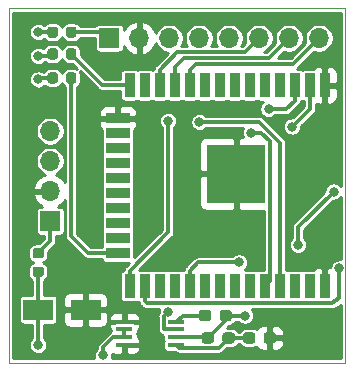
<source format=gbr>
%TF.GenerationSoftware,KiCad,Pcbnew,(5.1.6)-1*%
%TF.CreationDate,2021-09-30T15:23:07+02:00*%
%TF.ProjectId,Board,426f6172-642e-46b6-9963-61645f706362,rev?*%
%TF.SameCoordinates,PX367e320PY64168f0*%
%TF.FileFunction,Copper,L1,Top*%
%TF.FilePolarity,Positive*%
%FSLAX46Y46*%
G04 Gerber Fmt 4.6, Leading zero omitted, Abs format (unit mm)*
G04 Created by KiCad (PCBNEW (5.1.6)-1) date 2021-09-30 15:23:07*
%MOMM*%
%LPD*%
G01*
G04 APERTURE LIST*
%TA.AperFunction,Profile*%
%ADD10C,0.050000*%
%TD*%
%TA.AperFunction,SMDPad,CuDef*%
%ADD11R,1.450000X0.450000*%
%TD*%
%TA.AperFunction,SMDPad,CuDef*%
%ADD12R,2.500000X1.800000*%
%TD*%
%TA.AperFunction,SMDPad,CuDef*%
%ADD13R,5.000000X5.000000*%
%TD*%
%TA.AperFunction,SMDPad,CuDef*%
%ADD14R,0.900000X2.000000*%
%TD*%
%TA.AperFunction,SMDPad,CuDef*%
%ADD15R,2.000000X0.900000*%
%TD*%
%TA.AperFunction,ComponentPad*%
%ADD16R,1.700000X1.700000*%
%TD*%
%TA.AperFunction,ComponentPad*%
%ADD17O,1.700000X1.700000*%
%TD*%
%TA.AperFunction,ViaPad*%
%ADD18C,0.800000*%
%TD*%
%TA.AperFunction,Conductor*%
%ADD19C,0.300000*%
%TD*%
%TA.AperFunction,Conductor*%
%ADD20C,0.254000*%
%TD*%
G04 APERTURE END LIST*
D10*
X28500000Y0D02*
X0Y0D01*
X28500000Y30000000D02*
X28500000Y0D01*
X0Y30000000D02*
X28500000Y30000000D01*
X0Y0D02*
X0Y30000000D01*
D11*
X14200000Y3475000D03*
X14200000Y2825000D03*
X14200000Y2175000D03*
X14200000Y1525000D03*
X9800000Y1525000D03*
X9800000Y2175000D03*
X9800000Y2825000D03*
X9800000Y3475000D03*
D12*
X6500000Y4500000D03*
X2500000Y4500000D03*
%TA.AperFunction,SMDPad,CuDef*%
G36*
G01*
X4850000Y23863750D02*
X4850000Y24376250D01*
G75*
G02*
X5068750Y24595000I218750J0D01*
G01*
X5506250Y24595000D01*
G75*
G02*
X5725000Y24376250I0J-218750D01*
G01*
X5725000Y23863750D01*
G75*
G02*
X5506250Y23645000I-218750J0D01*
G01*
X5068750Y23645000D01*
G75*
G02*
X4850000Y23863750I0J218750D01*
G01*
G37*
%TD.AperFunction*%
%TA.AperFunction,SMDPad,CuDef*%
G36*
G01*
X3275000Y23863750D02*
X3275000Y24376250D01*
G75*
G02*
X3493750Y24595000I218750J0D01*
G01*
X3931250Y24595000D01*
G75*
G02*
X4150000Y24376250I0J-218750D01*
G01*
X4150000Y23863750D01*
G75*
G02*
X3931250Y23645000I-218750J0D01*
G01*
X3493750Y23645000D01*
G75*
G02*
X3275000Y23863750I0J218750D01*
G01*
G37*
%TD.AperFunction*%
%TA.AperFunction,SMDPad,CuDef*%
G36*
G01*
X3275000Y25893750D02*
X3275000Y26406250D01*
G75*
G02*
X3493750Y26625000I218750J0D01*
G01*
X3931250Y26625000D01*
G75*
G02*
X4150000Y26406250I0J-218750D01*
G01*
X4150000Y25893750D01*
G75*
G02*
X3931250Y25675000I-218750J0D01*
G01*
X3493750Y25675000D01*
G75*
G02*
X3275000Y25893750I0J218750D01*
G01*
G37*
%TD.AperFunction*%
%TA.AperFunction,SMDPad,CuDef*%
G36*
G01*
X4850000Y25893750D02*
X4850000Y26406250D01*
G75*
G02*
X5068750Y26625000I218750J0D01*
G01*
X5506250Y26625000D01*
G75*
G02*
X5725000Y26406250I0J-218750D01*
G01*
X5725000Y25893750D01*
G75*
G02*
X5506250Y25675000I-218750J0D01*
G01*
X5068750Y25675000D01*
G75*
G02*
X4850000Y25893750I0J218750D01*
G01*
G37*
%TD.AperFunction*%
%TA.AperFunction,SMDPad,CuDef*%
G36*
G01*
X3275000Y27743750D02*
X3275000Y28256250D01*
G75*
G02*
X3493750Y28475000I218750J0D01*
G01*
X3931250Y28475000D01*
G75*
G02*
X4150000Y28256250I0J-218750D01*
G01*
X4150000Y27743750D01*
G75*
G02*
X3931250Y27525000I-218750J0D01*
G01*
X3493750Y27525000D01*
G75*
G02*
X3275000Y27743750I0J218750D01*
G01*
G37*
%TD.AperFunction*%
%TA.AperFunction,SMDPad,CuDef*%
G36*
G01*
X4850000Y27743750D02*
X4850000Y28256250D01*
G75*
G02*
X5068750Y28475000I218750J0D01*
G01*
X5506250Y28475000D01*
G75*
G02*
X5725000Y28256250I0J-218750D01*
G01*
X5725000Y27743750D01*
G75*
G02*
X5506250Y27525000I-218750J0D01*
G01*
X5068750Y27525000D01*
G75*
G02*
X4850000Y27743750I0J218750D01*
G01*
G37*
%TD.AperFunction*%
%TA.AperFunction,SMDPad,CuDef*%
G36*
G01*
X2756250Y7275000D02*
X2243750Y7275000D01*
G75*
G02*
X2025000Y7493750I0J218750D01*
G01*
X2025000Y7931250D01*
G75*
G02*
X2243750Y8150000I218750J0D01*
G01*
X2756250Y8150000D01*
G75*
G02*
X2975000Y7931250I0J-218750D01*
G01*
X2975000Y7493750D01*
G75*
G02*
X2756250Y7275000I-218750J0D01*
G01*
G37*
%TD.AperFunction*%
%TA.AperFunction,SMDPad,CuDef*%
G36*
G01*
X2756250Y8850000D02*
X2243750Y8850000D01*
G75*
G02*
X2025000Y9068750I0J218750D01*
G01*
X2025000Y9506250D01*
G75*
G02*
X2243750Y9725000I218750J0D01*
G01*
X2756250Y9725000D01*
G75*
G02*
X2975000Y9506250I0J-218750D01*
G01*
X2975000Y9068750D01*
G75*
G02*
X2756250Y8850000I-218750J0D01*
G01*
G37*
%TD.AperFunction*%
D13*
X19255000Y16000000D03*
D14*
X26755000Y23500000D03*
X25485000Y23500000D03*
X24215000Y23500000D03*
X22945000Y23500000D03*
X21675000Y23500000D03*
X20405000Y23500000D03*
X19135000Y23500000D03*
X17865000Y23500000D03*
X16595000Y23500000D03*
X15325000Y23500000D03*
X14055000Y23500000D03*
X12785000Y23500000D03*
X11515000Y23500000D03*
X10245000Y23500000D03*
D15*
X9245000Y20715000D03*
X9245000Y19445000D03*
X9245000Y18175000D03*
X9245000Y16905000D03*
X9245000Y15635000D03*
X9245000Y14365000D03*
X9245000Y13095000D03*
X9245000Y11825000D03*
X9245000Y10555000D03*
X9245000Y9285000D03*
D14*
X10245000Y6500000D03*
X11515000Y6500000D03*
X12785000Y6500000D03*
X14055000Y6500000D03*
X15325000Y6500000D03*
X16595000Y6500000D03*
X17865000Y6500000D03*
X19135000Y6500000D03*
X20405000Y6500000D03*
X21675000Y6500000D03*
X22945000Y6500000D03*
X24215000Y6500000D03*
X25485000Y6500000D03*
X26755000Y6500000D03*
%TA.AperFunction,SMDPad,CuDef*%
G36*
G01*
X18900000Y4237500D02*
X18900000Y3762500D01*
G75*
G02*
X18662500Y3525000I-237500J0D01*
G01*
X18087500Y3525000D01*
G75*
G02*
X17850000Y3762500I0J237500D01*
G01*
X17850000Y4237500D01*
G75*
G02*
X18087500Y4475000I237500J0D01*
G01*
X18662500Y4475000D01*
G75*
G02*
X18900000Y4237500I0J-237500D01*
G01*
G37*
%TD.AperFunction*%
%TA.AperFunction,SMDPad,CuDef*%
G36*
G01*
X17150000Y4237500D02*
X17150000Y3762500D01*
G75*
G02*
X16912500Y3525000I-237500J0D01*
G01*
X16337500Y3525000D01*
G75*
G02*
X16100000Y3762500I0J237500D01*
G01*
X16100000Y4237500D01*
G75*
G02*
X16337500Y4475000I237500J0D01*
G01*
X16912500Y4475000D01*
G75*
G02*
X17150000Y4237500I0J-237500D01*
G01*
G37*
%TD.AperFunction*%
%TA.AperFunction,SMDPad,CuDef*%
G36*
G01*
X16340000Y1871500D02*
X16340000Y2346500D01*
G75*
G02*
X16577500Y2584000I237500J0D01*
G01*
X17152500Y2584000D01*
G75*
G02*
X17390000Y2346500I0J-237500D01*
G01*
X17390000Y1871500D01*
G75*
G02*
X17152500Y1634000I-237500J0D01*
G01*
X16577500Y1634000D01*
G75*
G02*
X16340000Y1871500I0J237500D01*
G01*
G37*
%TD.AperFunction*%
%TA.AperFunction,SMDPad,CuDef*%
G36*
G01*
X18090000Y1871500D02*
X18090000Y2346500D01*
G75*
G02*
X18327500Y2584000I237500J0D01*
G01*
X18902500Y2584000D01*
G75*
G02*
X19140000Y2346500I0J-237500D01*
G01*
X19140000Y1871500D01*
G75*
G02*
X18902500Y1634000I-237500J0D01*
G01*
X18327500Y1634000D01*
G75*
G02*
X18090000Y1871500I0J237500D01*
G01*
G37*
%TD.AperFunction*%
%TA.AperFunction,SMDPad,CuDef*%
G36*
G01*
X19840000Y1871500D02*
X19840000Y2346500D01*
G75*
G02*
X20077500Y2584000I237500J0D01*
G01*
X20652500Y2584000D01*
G75*
G02*
X20890000Y2346500I0J-237500D01*
G01*
X20890000Y1871500D01*
G75*
G02*
X20652500Y1634000I-237500J0D01*
G01*
X20077500Y1634000D01*
G75*
G02*
X19840000Y1871500I0J237500D01*
G01*
G37*
%TD.AperFunction*%
%TA.AperFunction,SMDPad,CuDef*%
G36*
G01*
X21590000Y1871500D02*
X21590000Y2346500D01*
G75*
G02*
X21827500Y2584000I237500J0D01*
G01*
X22402500Y2584000D01*
G75*
G02*
X22640000Y2346500I0J-237500D01*
G01*
X22640000Y1871500D01*
G75*
G02*
X22402500Y1634000I-237500J0D01*
G01*
X21827500Y1634000D01*
G75*
G02*
X21590000Y1871500I0J237500D01*
G01*
G37*
%TD.AperFunction*%
D16*
X8500000Y27500000D03*
D17*
X11040000Y27500000D03*
X13580000Y27500000D03*
X16120000Y27500000D03*
X18660000Y27500000D03*
X21200000Y27500000D03*
X23740000Y27500000D03*
X26280000Y27500000D03*
D16*
X3500000Y12000000D03*
D17*
X3500000Y14540000D03*
X3500000Y17080000D03*
X3500000Y19620000D03*
D18*
X19468852Y11468852D03*
X7030331Y11530331D03*
X19500000Y8500000D03*
X24500000Y10000000D03*
X27500000Y14500000D03*
X28000000Y8000000D03*
X2500000Y26000000D03*
X2500000Y28000000D03*
X24000000Y20000000D03*
X20000000Y4000000D03*
X2500000Y24000000D03*
X13500000Y4300002D03*
X2500000Y1500000D03*
X8000000Y625000D03*
X16150000Y20375000D03*
X20500000Y19500000D03*
X13500000Y20500000D03*
X22000000Y21500000D03*
D19*
X16025000Y8500000D02*
X19500000Y8500000D01*
X15325000Y6500000D02*
X15325000Y7800000D01*
X15325000Y7800000D02*
X16025000Y8500000D01*
X24500000Y10000000D02*
X24500000Y11500000D01*
X24500000Y11500000D02*
X27500000Y14500000D01*
X27385005Y5050003D02*
X28000000Y5500000D01*
X11515000Y6500000D02*
X11515000Y5200000D01*
X11664997Y5050003D02*
X27385005Y5050003D01*
X11515000Y5200000D02*
X11664997Y5050003D01*
X28000000Y5500000D02*
X28000000Y8000000D01*
X5287500Y24120000D02*
X5287500Y10712500D01*
X6715000Y9285000D02*
X9245000Y9285000D01*
X5287500Y10712500D02*
X6715000Y9285000D01*
X3562500Y26000000D02*
X3712500Y26150000D01*
X2500000Y26000000D02*
X3562500Y26000000D01*
X3712500Y28000000D02*
X2500000Y28000000D01*
X25485000Y21485000D02*
X25485000Y23500000D01*
X24000000Y20000000D02*
X25485000Y21485000D01*
X18375000Y3619000D02*
X16865000Y2109000D01*
X18375000Y4000000D02*
X18375000Y3619000D01*
X16799000Y2175000D02*
X16865000Y2109000D01*
X14200000Y2175000D02*
X16799000Y2175000D01*
X8000000Y28000000D02*
X8500000Y27500000D01*
X5287500Y28000000D02*
X8000000Y28000000D01*
X20000000Y4000000D02*
X18375000Y4000000D01*
X15824979Y25299979D02*
X15325000Y24800000D01*
X15325000Y24800000D02*
X15325000Y23500000D01*
X24079979Y25299979D02*
X15824979Y25299979D01*
X26280000Y27500000D02*
X24079979Y25299979D01*
X14799989Y25799989D02*
X14055000Y25055000D01*
X22039989Y25799989D02*
X14799989Y25799989D01*
X14055000Y25055000D02*
X14055000Y23500000D01*
X23740000Y27500000D02*
X22039989Y25799989D01*
X12785000Y24800000D02*
X12785000Y23500000D01*
X14284999Y26299999D02*
X12785000Y24800000D01*
X19999999Y26299999D02*
X14284999Y26299999D01*
X21200000Y27500000D02*
X19999999Y26299999D01*
X3712500Y24120000D02*
X2620000Y24120000D01*
X2620000Y24120000D02*
X2500000Y24000000D01*
X13124999Y3925001D02*
X13500000Y4300002D01*
X13124999Y2875001D02*
X13124999Y3925001D01*
X14200000Y2825000D02*
X13175000Y2825000D01*
X13175000Y2825000D02*
X13124999Y2875001D01*
X14725000Y4000000D02*
X14200000Y3475000D01*
X16625000Y4000000D02*
X14725000Y4000000D01*
X2500000Y4500000D02*
X2500000Y7712500D01*
X2500000Y1500000D02*
X2500000Y4500000D01*
X8869998Y2175000D02*
X9800000Y2175000D01*
X8000000Y1305002D02*
X8869998Y2175000D01*
X8000000Y625000D02*
X8000000Y1305002D01*
X9800000Y2175000D02*
X9800000Y2825000D01*
X18615000Y2109000D02*
X20365000Y2109000D01*
X14441010Y1283990D02*
X14200000Y1525000D01*
X17789990Y1283990D02*
X14441010Y1283990D01*
X18615000Y2109000D02*
X17789990Y1283990D01*
X7937500Y23500000D02*
X5287500Y26150000D01*
X10245000Y23500000D02*
X7937500Y23500000D01*
X16404999Y6690001D02*
X16595000Y6500000D01*
X3500000Y10287500D02*
X2500000Y9287500D01*
X3500000Y12000000D02*
X3500000Y10287500D01*
X16150000Y20375000D02*
X18899999Y20399999D01*
X18899999Y20399999D02*
X21192123Y20399999D01*
X21192123Y20399999D02*
X22945000Y18647122D01*
X22945000Y18647122D02*
X22945000Y6500000D01*
X22105001Y6930001D02*
X21675000Y6500000D01*
X22105001Y18780001D02*
X22105001Y6930001D01*
X21385002Y19500000D02*
X22105001Y18780001D01*
X20500000Y19500000D02*
X21385002Y19500000D01*
X13500000Y11055000D02*
X13500000Y20500000D01*
X10245000Y6500000D02*
X10245000Y7800000D01*
X10245000Y7800000D02*
X13500000Y11055000D01*
X23515000Y21500000D02*
X22000000Y21500000D01*
X24215000Y23500000D02*
X24215000Y22200000D01*
X24215000Y22200000D02*
X23515000Y21500000D01*
D20*
G36*
X28098000Y15000845D02*
G01*
X27995309Y15103536D01*
X27868048Y15188569D01*
X27726643Y15247141D01*
X27576528Y15277000D01*
X27423472Y15277000D01*
X27273357Y15247141D01*
X27131952Y15188569D01*
X27004691Y15103536D01*
X26896464Y14995309D01*
X26811431Y14868048D01*
X26752859Y14726643D01*
X26723000Y14576528D01*
X26723000Y14468291D01*
X24145662Y11890951D01*
X24125553Y11874448D01*
X24068061Y11804394D01*
X24059696Y11794201D01*
X24010761Y11702649D01*
X23980626Y11603309D01*
X23970451Y11500000D01*
X23973001Y11474110D01*
X23973000Y10571845D01*
X23896464Y10495309D01*
X23811431Y10368048D01*
X23752859Y10226643D01*
X23723000Y10076528D01*
X23723000Y9923472D01*
X23752859Y9773357D01*
X23811431Y9631952D01*
X23896464Y9504691D01*
X24004691Y9396464D01*
X24131952Y9311431D01*
X24273357Y9252859D01*
X24423472Y9223000D01*
X24576528Y9223000D01*
X24726643Y9252859D01*
X24868048Y9311431D01*
X24995309Y9396464D01*
X25103536Y9504691D01*
X25188569Y9631952D01*
X25247141Y9773357D01*
X25277000Y9923472D01*
X25277000Y10076528D01*
X25247141Y10226643D01*
X25188569Y10368048D01*
X25103536Y10495309D01*
X25027000Y10571845D01*
X25027000Y11281711D01*
X27468291Y13723000D01*
X27576528Y13723000D01*
X27726643Y13752859D01*
X27868048Y13811431D01*
X27995309Y13896464D01*
X28098001Y13999156D01*
X28098001Y8772729D01*
X28076528Y8777000D01*
X27923472Y8777000D01*
X27773357Y8747141D01*
X27631952Y8688569D01*
X27504691Y8603536D01*
X27396464Y8495309D01*
X27311431Y8368048D01*
X27252859Y8226643D01*
X27234661Y8135151D01*
X27205000Y8138072D01*
X27040750Y8135000D01*
X26882000Y7976250D01*
X26882000Y6627000D01*
X26902000Y6627000D01*
X26902000Y6373000D01*
X26882000Y6373000D01*
X26882000Y6353000D01*
X26628000Y6353000D01*
X26628000Y6373000D01*
X26608000Y6373000D01*
X26608000Y6627000D01*
X26628000Y6627000D01*
X26628000Y7976250D01*
X26469250Y8135000D01*
X26305000Y8138072D01*
X26180518Y8125812D01*
X26060820Y8089502D01*
X25950506Y8030537D01*
X25853815Y7951185D01*
X25794430Y7878824D01*
X25035000Y7878824D01*
X24961095Y7871545D01*
X24890030Y7849988D01*
X24850000Y7828591D01*
X24809970Y7849988D01*
X24738905Y7871545D01*
X24665000Y7878824D01*
X23765000Y7878824D01*
X23691095Y7871545D01*
X23620030Y7849988D01*
X23580000Y7828591D01*
X23539970Y7849988D01*
X23472000Y7870606D01*
X23472000Y18621245D01*
X23474549Y18647123D01*
X23472000Y18673003D01*
X23464374Y18750432D01*
X23434239Y18849772D01*
X23385304Y18941324D01*
X23319448Y19021570D01*
X23299339Y19038073D01*
X21583078Y20754333D01*
X21566571Y20774447D01*
X21486325Y20840303D01*
X21394773Y20889238D01*
X21295433Y20919373D01*
X21218004Y20926999D01*
X21192123Y20929548D01*
X21166242Y20926999D01*
X18923473Y20926999D01*
X18921088Y20927212D01*
X18897658Y20926999D01*
X18874118Y20926999D01*
X18871724Y20926763D01*
X16716673Y20907172D01*
X16645309Y20978536D01*
X16518048Y21063569D01*
X16376643Y21122141D01*
X16226528Y21152000D01*
X16073472Y21152000D01*
X15923357Y21122141D01*
X15781952Y21063569D01*
X15654691Y20978536D01*
X15546464Y20870309D01*
X15461431Y20743048D01*
X15402859Y20601643D01*
X15373000Y20451528D01*
X15373000Y20298472D01*
X15402859Y20148357D01*
X15461431Y20006952D01*
X15546464Y19879691D01*
X15654691Y19771464D01*
X15781952Y19686431D01*
X15923357Y19627859D01*
X16073472Y19598000D01*
X16226528Y19598000D01*
X16376643Y19627859D01*
X16518048Y19686431D01*
X16645309Y19771464D01*
X16727070Y19853225D01*
X18902288Y19872999D01*
X19814739Y19872999D01*
X19811431Y19868048D01*
X19752859Y19726643D01*
X19723000Y19576528D01*
X19723000Y19423472D01*
X19752859Y19273357D01*
X19810014Y19135374D01*
X19540750Y19135000D01*
X19382000Y18976250D01*
X19382000Y16127000D01*
X19402000Y16127000D01*
X19402000Y15873000D01*
X19382000Y15873000D01*
X19382000Y13023750D01*
X19540750Y12865000D01*
X21578001Y12862174D01*
X21578002Y7878824D01*
X21225000Y7878824D01*
X21151095Y7871545D01*
X21080030Y7849988D01*
X21040000Y7828591D01*
X20999970Y7849988D01*
X20928905Y7871545D01*
X20855000Y7878824D01*
X19968909Y7878824D01*
X19995309Y7896464D01*
X20103536Y8004691D01*
X20188569Y8131952D01*
X20247141Y8273357D01*
X20277000Y8423472D01*
X20277000Y8576528D01*
X20247141Y8726643D01*
X20188569Y8868048D01*
X20103536Y8995309D01*
X19995309Y9103536D01*
X19868048Y9188569D01*
X19726643Y9247141D01*
X19576528Y9277000D01*
X19423472Y9277000D01*
X19273357Y9247141D01*
X19131952Y9188569D01*
X19004691Y9103536D01*
X18928155Y9027000D01*
X16050877Y9027000D01*
X16024999Y9029549D01*
X15999121Y9027000D01*
X15999119Y9027000D01*
X15921690Y9019374D01*
X15822350Y8989239D01*
X15730798Y8940304D01*
X15650552Y8874448D01*
X15634049Y8854339D01*
X14970662Y8190951D01*
X14950553Y8174448D01*
X14893061Y8104394D01*
X14884696Y8094201D01*
X14835761Y8002649D01*
X14805626Y7903309D01*
X14802511Y7871684D01*
X14801095Y7871545D01*
X14730030Y7849988D01*
X14690000Y7828591D01*
X14649970Y7849988D01*
X14578905Y7871545D01*
X14505000Y7878824D01*
X13605000Y7878824D01*
X13531095Y7871545D01*
X13460030Y7849988D01*
X13420000Y7828591D01*
X13379970Y7849988D01*
X13308905Y7871545D01*
X13235000Y7878824D01*
X12335000Y7878824D01*
X12261095Y7871545D01*
X12190030Y7849988D01*
X12150000Y7828591D01*
X12109970Y7849988D01*
X12038905Y7871545D01*
X11965000Y7878824D01*
X11069113Y7878824D01*
X13854339Y10664049D01*
X13874448Y10680552D01*
X13940304Y10760798D01*
X13989239Y10852350D01*
X14019374Y10951690D01*
X14024625Y11005000D01*
X14029549Y11054999D01*
X14027000Y11080880D01*
X14027000Y13500000D01*
X16116928Y13500000D01*
X16129188Y13375518D01*
X16165498Y13255820D01*
X16224463Y13145506D01*
X16303815Y13048815D01*
X16400506Y12969463D01*
X16510820Y12910498D01*
X16630518Y12874188D01*
X16755000Y12861928D01*
X18969250Y12865000D01*
X19128000Y13023750D01*
X19128000Y15873000D01*
X16278750Y15873000D01*
X16120000Y15714250D01*
X16116928Y13500000D01*
X14027000Y13500000D01*
X14027000Y18500000D01*
X16116928Y18500000D01*
X16120000Y16285750D01*
X16278750Y16127000D01*
X19128000Y16127000D01*
X19128000Y18976250D01*
X18969250Y19135000D01*
X16755000Y19138072D01*
X16630518Y19125812D01*
X16510820Y19089502D01*
X16400506Y19030537D01*
X16303815Y18951185D01*
X16224463Y18854494D01*
X16165498Y18744180D01*
X16129188Y18624482D01*
X16116928Y18500000D01*
X14027000Y18500000D01*
X14027000Y19928155D01*
X14103536Y20004691D01*
X14188569Y20131952D01*
X14247141Y20273357D01*
X14277000Y20423472D01*
X14277000Y20576528D01*
X14247141Y20726643D01*
X14188569Y20868048D01*
X14103536Y20995309D01*
X13995309Y21103536D01*
X13868048Y21188569D01*
X13726643Y21247141D01*
X13576528Y21277000D01*
X13423472Y21277000D01*
X13273357Y21247141D01*
X13131952Y21188569D01*
X13004691Y21103536D01*
X12896464Y20995309D01*
X12811431Y20868048D01*
X12752859Y20726643D01*
X12723000Y20576528D01*
X12723000Y20423472D01*
X12752859Y20273357D01*
X12811431Y20131952D01*
X12896464Y20004691D01*
X12973001Y19928154D01*
X12973000Y11273290D01*
X10623824Y8924113D01*
X10623824Y9735000D01*
X10616545Y9808905D01*
X10594988Y9879970D01*
X10573591Y9920000D01*
X10594988Y9960030D01*
X10616545Y10031095D01*
X10623824Y10105000D01*
X10623824Y11005000D01*
X10616545Y11078905D01*
X10594988Y11149970D01*
X10573591Y11190000D01*
X10594988Y11230030D01*
X10616545Y11301095D01*
X10623824Y11375000D01*
X10623824Y12275000D01*
X10616545Y12348905D01*
X10594988Y12419970D01*
X10573591Y12460000D01*
X10594988Y12500030D01*
X10616545Y12571095D01*
X10623824Y12645000D01*
X10623824Y13545000D01*
X10616545Y13618905D01*
X10594988Y13689970D01*
X10573591Y13730000D01*
X10594988Y13770030D01*
X10616545Y13841095D01*
X10623824Y13915000D01*
X10623824Y14815000D01*
X10616545Y14888905D01*
X10594988Y14959970D01*
X10573591Y15000000D01*
X10594988Y15040030D01*
X10616545Y15111095D01*
X10623824Y15185000D01*
X10623824Y16085000D01*
X10616545Y16158905D01*
X10594988Y16229970D01*
X10573591Y16270000D01*
X10594988Y16310030D01*
X10616545Y16381095D01*
X10623824Y16455000D01*
X10623824Y17355000D01*
X10616545Y17428905D01*
X10594988Y17499970D01*
X10573591Y17540000D01*
X10594988Y17580030D01*
X10616545Y17651095D01*
X10623824Y17725000D01*
X10623824Y18625000D01*
X10616545Y18698905D01*
X10594988Y18769970D01*
X10573591Y18810000D01*
X10594988Y18850030D01*
X10616545Y18921095D01*
X10623824Y18995000D01*
X10623824Y19754430D01*
X10696185Y19813815D01*
X10775537Y19910506D01*
X10834502Y20020820D01*
X10870812Y20140518D01*
X10883072Y20265000D01*
X10880000Y20429250D01*
X10721250Y20588000D01*
X9372000Y20588000D01*
X9372000Y20568000D01*
X9118000Y20568000D01*
X9118000Y20588000D01*
X7768750Y20588000D01*
X7610000Y20429250D01*
X7606928Y20265000D01*
X7619188Y20140518D01*
X7655498Y20020820D01*
X7714463Y19910506D01*
X7793815Y19813815D01*
X7866176Y19754430D01*
X7866176Y18995000D01*
X7873455Y18921095D01*
X7895012Y18850030D01*
X7916409Y18810000D01*
X7895012Y18769970D01*
X7873455Y18698905D01*
X7866176Y18625000D01*
X7866176Y17725000D01*
X7873455Y17651095D01*
X7895012Y17580030D01*
X7916409Y17540000D01*
X7895012Y17499970D01*
X7873455Y17428905D01*
X7866176Y17355000D01*
X7866176Y16455000D01*
X7873455Y16381095D01*
X7895012Y16310030D01*
X7916409Y16270000D01*
X7895012Y16229970D01*
X7873455Y16158905D01*
X7866176Y16085000D01*
X7866176Y15185000D01*
X7873455Y15111095D01*
X7895012Y15040030D01*
X7916409Y15000000D01*
X7895012Y14959970D01*
X7873455Y14888905D01*
X7866176Y14815000D01*
X7866176Y13915000D01*
X7873455Y13841095D01*
X7895012Y13770030D01*
X7916409Y13730000D01*
X7895012Y13689970D01*
X7873455Y13618905D01*
X7866176Y13545000D01*
X7866176Y12645000D01*
X7873455Y12571095D01*
X7895012Y12500030D01*
X7916409Y12460000D01*
X7895012Y12419970D01*
X7873455Y12348905D01*
X7866176Y12275000D01*
X7866176Y11375000D01*
X7873455Y11301095D01*
X7895012Y11230030D01*
X7916409Y11190000D01*
X7895012Y11149970D01*
X7873455Y11078905D01*
X7866176Y11005000D01*
X7866176Y10105000D01*
X7873455Y10031095D01*
X7895012Y9960030D01*
X7916409Y9920000D01*
X7895012Y9879970D01*
X7874394Y9812000D01*
X6933291Y9812000D01*
X5814500Y10930789D01*
X5814500Y21165000D01*
X7606928Y21165000D01*
X7610000Y21000750D01*
X7768750Y20842000D01*
X9118000Y20842000D01*
X9118000Y21641250D01*
X9372000Y21641250D01*
X9372000Y20842000D01*
X10721250Y20842000D01*
X10880000Y21000750D01*
X10883072Y21165000D01*
X10870812Y21289482D01*
X10834502Y21409180D01*
X10775537Y21519494D01*
X10696185Y21616185D01*
X10599494Y21695537D01*
X10489180Y21754502D01*
X10369482Y21790812D01*
X10245000Y21803072D01*
X9530750Y21800000D01*
X9372000Y21641250D01*
X9118000Y21641250D01*
X8959250Y21800000D01*
X8245000Y21803072D01*
X8120518Y21790812D01*
X8000820Y21754502D01*
X7890506Y21695537D01*
X7793815Y21616185D01*
X7714463Y21519494D01*
X7655498Y21409180D01*
X7619188Y21289482D01*
X7606928Y21165000D01*
X5814500Y21165000D01*
X5814500Y23354194D01*
X5838244Y23366885D01*
X5928799Y23441201D01*
X6003115Y23531756D01*
X6058336Y23635068D01*
X6092342Y23747169D01*
X6103824Y23863750D01*
X6103824Y24376250D01*
X6092342Y24492831D01*
X6058336Y24604932D01*
X6025102Y24667108D01*
X7546549Y23145661D01*
X7563052Y23125552D01*
X7643298Y23059696D01*
X7734850Y23010761D01*
X7834190Y22980626D01*
X7937500Y22970451D01*
X7963381Y22973000D01*
X9416176Y22973000D01*
X9416176Y22500000D01*
X9423455Y22426095D01*
X9445012Y22355030D01*
X9480019Y22289537D01*
X9527131Y22232131D01*
X9584537Y22185019D01*
X9650030Y22150012D01*
X9721095Y22128455D01*
X9795000Y22121176D01*
X10695000Y22121176D01*
X10768905Y22128455D01*
X10839970Y22150012D01*
X10880000Y22171409D01*
X10920030Y22150012D01*
X10991095Y22128455D01*
X11065000Y22121176D01*
X11965000Y22121176D01*
X12038905Y22128455D01*
X12109970Y22150012D01*
X12150000Y22171409D01*
X12190030Y22150012D01*
X12261095Y22128455D01*
X12335000Y22121176D01*
X13235000Y22121176D01*
X13308905Y22128455D01*
X13379970Y22150012D01*
X13420000Y22171409D01*
X13460030Y22150012D01*
X13531095Y22128455D01*
X13605000Y22121176D01*
X14505000Y22121176D01*
X14578905Y22128455D01*
X14649970Y22150012D01*
X14690000Y22171409D01*
X14730030Y22150012D01*
X14801095Y22128455D01*
X14875000Y22121176D01*
X15775000Y22121176D01*
X15848905Y22128455D01*
X15919970Y22150012D01*
X15960000Y22171409D01*
X16000030Y22150012D01*
X16071095Y22128455D01*
X16145000Y22121176D01*
X17045000Y22121176D01*
X17118905Y22128455D01*
X17189970Y22150012D01*
X17230000Y22171409D01*
X17270030Y22150012D01*
X17341095Y22128455D01*
X17415000Y22121176D01*
X18315000Y22121176D01*
X18388905Y22128455D01*
X18459970Y22150012D01*
X18500000Y22171409D01*
X18540030Y22150012D01*
X18611095Y22128455D01*
X18685000Y22121176D01*
X19585000Y22121176D01*
X19658905Y22128455D01*
X19729970Y22150012D01*
X19770000Y22171409D01*
X19810030Y22150012D01*
X19881095Y22128455D01*
X19955000Y22121176D01*
X20855000Y22121176D01*
X20928905Y22128455D01*
X20999970Y22150012D01*
X21040000Y22171409D01*
X21080030Y22150012D01*
X21151095Y22128455D01*
X21225000Y22121176D01*
X21531091Y22121176D01*
X21504691Y22103536D01*
X21396464Y21995309D01*
X21311431Y21868048D01*
X21252859Y21726643D01*
X21223000Y21576528D01*
X21223000Y21423472D01*
X21252859Y21273357D01*
X21311431Y21131952D01*
X21396464Y21004691D01*
X21504691Y20896464D01*
X21631952Y20811431D01*
X21773357Y20752859D01*
X21923472Y20723000D01*
X22076528Y20723000D01*
X22226643Y20752859D01*
X22368048Y20811431D01*
X22495309Y20896464D01*
X22571845Y20973000D01*
X23489119Y20973000D01*
X23515000Y20970451D01*
X23540881Y20973000D01*
X23618310Y20980626D01*
X23717650Y21010761D01*
X23809202Y21059696D01*
X23889448Y21125552D01*
X23905955Y21145666D01*
X24569339Y21809049D01*
X24589448Y21825552D01*
X24655304Y21905798D01*
X24704239Y21997350D01*
X24734374Y22096690D01*
X24737489Y22128316D01*
X24738905Y22128455D01*
X24809970Y22150012D01*
X24850000Y22171409D01*
X24890030Y22150012D01*
X24958000Y22129394D01*
X24958000Y21703290D01*
X24031711Y20777000D01*
X23923472Y20777000D01*
X23773357Y20747141D01*
X23631952Y20688569D01*
X23504691Y20603536D01*
X23396464Y20495309D01*
X23311431Y20368048D01*
X23252859Y20226643D01*
X23223000Y20076528D01*
X23223000Y19923472D01*
X23252859Y19773357D01*
X23311431Y19631952D01*
X23396464Y19504691D01*
X23504691Y19396464D01*
X23631952Y19311431D01*
X23773357Y19252859D01*
X23923472Y19223000D01*
X24076528Y19223000D01*
X24226643Y19252859D01*
X24368048Y19311431D01*
X24495309Y19396464D01*
X24603536Y19504691D01*
X24688569Y19631952D01*
X24747141Y19773357D01*
X24777000Y19923472D01*
X24777000Y20031711D01*
X25839339Y21094049D01*
X25859448Y21110552D01*
X25925304Y21190798D01*
X25974239Y21282350D01*
X26004374Y21381690D01*
X26005851Y21396691D01*
X26014549Y21484999D01*
X26012000Y21510880D01*
X26012000Y21936593D01*
X26060820Y21910498D01*
X26180518Y21874188D01*
X26305000Y21861928D01*
X26469250Y21865000D01*
X26628000Y22023750D01*
X26628000Y23373000D01*
X26882000Y23373000D01*
X26882000Y22023750D01*
X27040750Y21865000D01*
X27205000Y21861928D01*
X27329482Y21874188D01*
X27449180Y21910498D01*
X27559494Y21969463D01*
X27656185Y22048815D01*
X27735537Y22145506D01*
X27794502Y22255820D01*
X27830812Y22375518D01*
X27843072Y22500000D01*
X27840000Y23214250D01*
X27681250Y23373000D01*
X26882000Y23373000D01*
X26628000Y23373000D01*
X26608000Y23373000D01*
X26608000Y23627000D01*
X26628000Y23627000D01*
X26628000Y24976250D01*
X26882000Y24976250D01*
X26882000Y23627000D01*
X27681250Y23627000D01*
X27840000Y23785750D01*
X27843072Y24500000D01*
X27830812Y24624482D01*
X27794502Y24744180D01*
X27735537Y24854494D01*
X27656185Y24951185D01*
X27559494Y25030537D01*
X27449180Y25089502D01*
X27329482Y25125812D01*
X27205000Y25138072D01*
X27040750Y25135000D01*
X26882000Y24976250D01*
X26628000Y24976250D01*
X26469250Y25135000D01*
X26305000Y25138072D01*
X26180518Y25125812D01*
X26060820Y25089502D01*
X25950506Y25030537D01*
X25853815Y24951185D01*
X25794430Y24878824D01*
X25035000Y24878824D01*
X24961095Y24871545D01*
X24890030Y24849988D01*
X24850000Y24828591D01*
X24809970Y24849988D01*
X24738905Y24871545D01*
X24665000Y24878824D01*
X24397514Y24878824D01*
X24454427Y24925531D01*
X24470934Y24945645D01*
X25867895Y26342604D01*
X25922097Y26320153D01*
X26159151Y26273000D01*
X26400849Y26273000D01*
X26637903Y26320153D01*
X26861202Y26412647D01*
X27062167Y26546927D01*
X27233073Y26717833D01*
X27367353Y26918798D01*
X27459847Y27142097D01*
X27507000Y27379151D01*
X27507000Y27620849D01*
X27459847Y27857903D01*
X27367353Y28081202D01*
X27233073Y28282167D01*
X27062167Y28453073D01*
X26861202Y28587353D01*
X26637903Y28679847D01*
X26400849Y28727000D01*
X26159151Y28727000D01*
X25922097Y28679847D01*
X25698798Y28587353D01*
X25497833Y28453073D01*
X25326927Y28282167D01*
X25192647Y28081202D01*
X25100153Y27857903D01*
X25053000Y27620849D01*
X25053000Y27379151D01*
X25100153Y27142097D01*
X25122604Y27087895D01*
X23861690Y25826979D01*
X22812268Y25826979D01*
X23327895Y26342605D01*
X23382097Y26320153D01*
X23619151Y26273000D01*
X23860849Y26273000D01*
X24097903Y26320153D01*
X24321202Y26412647D01*
X24522167Y26546927D01*
X24693073Y26717833D01*
X24827353Y26918798D01*
X24919847Y27142097D01*
X24967000Y27379151D01*
X24967000Y27620849D01*
X24919847Y27857903D01*
X24827353Y28081202D01*
X24693073Y28282167D01*
X24522167Y28453073D01*
X24321202Y28587353D01*
X24097903Y28679847D01*
X23860849Y28727000D01*
X23619151Y28727000D01*
X23382097Y28679847D01*
X23158798Y28587353D01*
X22957833Y28453073D01*
X22786927Y28282167D01*
X22652647Y28081202D01*
X22560153Y27857903D01*
X22513000Y27620849D01*
X22513000Y27379151D01*
X22560153Y27142097D01*
X22582605Y27087895D01*
X21821700Y26326989D01*
X21574406Y26326989D01*
X21781202Y26412647D01*
X21982167Y26546927D01*
X22153073Y26717833D01*
X22287353Y26918798D01*
X22379847Y27142097D01*
X22427000Y27379151D01*
X22427000Y27620849D01*
X22379847Y27857903D01*
X22287353Y28081202D01*
X22153073Y28282167D01*
X21982167Y28453073D01*
X21781202Y28587353D01*
X21557903Y28679847D01*
X21320849Y28727000D01*
X21079151Y28727000D01*
X20842097Y28679847D01*
X20618798Y28587353D01*
X20417833Y28453073D01*
X20246927Y28282167D01*
X20112647Y28081202D01*
X20020153Y27857903D01*
X19973000Y27620849D01*
X19973000Y27379151D01*
X20020153Y27142097D01*
X20042605Y27087894D01*
X19781710Y26826999D01*
X19686015Y26826999D01*
X19747353Y26918798D01*
X19839847Y27142097D01*
X19887000Y27379151D01*
X19887000Y27620849D01*
X19839847Y27857903D01*
X19747353Y28081202D01*
X19613073Y28282167D01*
X19442167Y28453073D01*
X19241202Y28587353D01*
X19017903Y28679847D01*
X18780849Y28727000D01*
X18539151Y28727000D01*
X18302097Y28679847D01*
X18078798Y28587353D01*
X17877833Y28453073D01*
X17706927Y28282167D01*
X17572647Y28081202D01*
X17480153Y27857903D01*
X17433000Y27620849D01*
X17433000Y27379151D01*
X17480153Y27142097D01*
X17572647Y26918798D01*
X17633985Y26826999D01*
X17146015Y26826999D01*
X17207353Y26918798D01*
X17299847Y27142097D01*
X17347000Y27379151D01*
X17347000Y27620849D01*
X17299847Y27857903D01*
X17207353Y28081202D01*
X17073073Y28282167D01*
X16902167Y28453073D01*
X16701202Y28587353D01*
X16477903Y28679847D01*
X16240849Y28727000D01*
X15999151Y28727000D01*
X15762097Y28679847D01*
X15538798Y28587353D01*
X15337833Y28453073D01*
X15166927Y28282167D01*
X15032647Y28081202D01*
X14940153Y27857903D01*
X14893000Y27620849D01*
X14893000Y27379151D01*
X14940153Y27142097D01*
X15032647Y26918798D01*
X15093985Y26826999D01*
X14606015Y26826999D01*
X14667353Y26918798D01*
X14759847Y27142097D01*
X14807000Y27379151D01*
X14807000Y27620849D01*
X14759847Y27857903D01*
X14667353Y28081202D01*
X14533073Y28282167D01*
X14362167Y28453073D01*
X14161202Y28587353D01*
X13937903Y28679847D01*
X13700849Y28727000D01*
X13459151Y28727000D01*
X13222097Y28679847D01*
X12998798Y28587353D01*
X12797833Y28453073D01*
X12626927Y28282167D01*
X12492647Y28081202D01*
X12443769Y27963202D01*
X12384157Y28131252D01*
X12235178Y28381355D01*
X12040269Y28597588D01*
X11806920Y28771641D01*
X11544099Y28896825D01*
X11396890Y28941476D01*
X11167000Y28820155D01*
X11167000Y27627000D01*
X11187000Y27627000D01*
X11187000Y27373000D01*
X11167000Y27373000D01*
X11167000Y26179845D01*
X11396890Y26058524D01*
X11544099Y26103175D01*
X11806920Y26228359D01*
X12040269Y26402412D01*
X12235178Y26618645D01*
X12384157Y26868748D01*
X12443769Y27036798D01*
X12492647Y26918798D01*
X12626927Y26717833D01*
X12797833Y26546927D01*
X12998798Y26412647D01*
X13222097Y26320153D01*
X13459151Y26273000D01*
X13512710Y26273000D01*
X12430666Y25190955D01*
X12410552Y25174448D01*
X12344696Y25094202D01*
X12323743Y25055000D01*
X12295761Y25002649D01*
X12265626Y24903309D01*
X12262511Y24871684D01*
X12261095Y24871545D01*
X12190030Y24849988D01*
X12150000Y24828591D01*
X12109970Y24849988D01*
X12038905Y24871545D01*
X11965000Y24878824D01*
X11065000Y24878824D01*
X10991095Y24871545D01*
X10920030Y24849988D01*
X10880000Y24828591D01*
X10839970Y24849988D01*
X10768905Y24871545D01*
X10695000Y24878824D01*
X9795000Y24878824D01*
X9721095Y24871545D01*
X9650030Y24849988D01*
X9584537Y24814981D01*
X9527131Y24767869D01*
X9480019Y24710463D01*
X9445012Y24644970D01*
X9423455Y24573905D01*
X9416176Y24500000D01*
X9416176Y24027000D01*
X8155790Y24027000D01*
X6103824Y26078965D01*
X6103824Y26406250D01*
X6092342Y26522831D01*
X6058336Y26634932D01*
X6003115Y26738244D01*
X5928799Y26828799D01*
X5838244Y26903115D01*
X5734932Y26958336D01*
X5622831Y26992342D01*
X5506250Y27003824D01*
X5068750Y27003824D01*
X4952169Y26992342D01*
X4840068Y26958336D01*
X4736756Y26903115D01*
X4646201Y26828799D01*
X4571885Y26738244D01*
X4516664Y26634932D01*
X4500000Y26579999D01*
X4483336Y26634932D01*
X4428115Y26738244D01*
X4353799Y26828799D01*
X4263244Y26903115D01*
X4159932Y26958336D01*
X4047831Y26992342D01*
X3931250Y27003824D01*
X3493750Y27003824D01*
X3377169Y26992342D01*
X3265068Y26958336D01*
X3161756Y26903115D01*
X3071201Y26828799D01*
X2996885Y26738244D01*
X2943416Y26638210D01*
X2868048Y26688569D01*
X2726643Y26747141D01*
X2576528Y26777000D01*
X2423472Y26777000D01*
X2273357Y26747141D01*
X2131952Y26688569D01*
X2004691Y26603536D01*
X1896464Y26495309D01*
X1811431Y26368048D01*
X1752859Y26226643D01*
X1723000Y26076528D01*
X1723000Y25923472D01*
X1752859Y25773357D01*
X1811431Y25631952D01*
X1896464Y25504691D01*
X2004691Y25396464D01*
X2131952Y25311431D01*
X2273357Y25252859D01*
X2423472Y25223000D01*
X2576528Y25223000D01*
X2726643Y25252859D01*
X2868048Y25311431D01*
X2995309Y25396464D01*
X3070680Y25471835D01*
X3071201Y25471201D01*
X3161756Y25396885D01*
X3265068Y25341664D01*
X3377169Y25307658D01*
X3493750Y25296176D01*
X3931250Y25296176D01*
X4047831Y25307658D01*
X4159932Y25341664D01*
X4263244Y25396885D01*
X4353799Y25471201D01*
X4428115Y25561756D01*
X4483336Y25665068D01*
X4500000Y25720001D01*
X4516664Y25665068D01*
X4571885Y25561756D01*
X4646201Y25471201D01*
X4736756Y25396885D01*
X4840068Y25341664D01*
X4952169Y25307658D01*
X5068750Y25296176D01*
X5396035Y25296176D01*
X5797108Y24895102D01*
X5734932Y24928336D01*
X5622831Y24962342D01*
X5506250Y24973824D01*
X5068750Y24973824D01*
X4952169Y24962342D01*
X4840068Y24928336D01*
X4736756Y24873115D01*
X4646201Y24798799D01*
X4571885Y24708244D01*
X4516664Y24604932D01*
X4500000Y24549999D01*
X4483336Y24604932D01*
X4428115Y24708244D01*
X4353799Y24798799D01*
X4263244Y24873115D01*
X4159932Y24928336D01*
X4047831Y24962342D01*
X3931250Y24973824D01*
X3493750Y24973824D01*
X3377169Y24962342D01*
X3265068Y24928336D01*
X3161756Y24873115D01*
X3071201Y24798799D01*
X2996885Y24708244D01*
X2964150Y24647000D01*
X2930260Y24647000D01*
X2868048Y24688569D01*
X2726643Y24747141D01*
X2576528Y24777000D01*
X2423472Y24777000D01*
X2273357Y24747141D01*
X2131952Y24688569D01*
X2004691Y24603536D01*
X1896464Y24495309D01*
X1811431Y24368048D01*
X1752859Y24226643D01*
X1723000Y24076528D01*
X1723000Y23923472D01*
X1752859Y23773357D01*
X1811431Y23631952D01*
X1896464Y23504691D01*
X2004691Y23396464D01*
X2131952Y23311431D01*
X2273357Y23252859D01*
X2423472Y23223000D01*
X2576528Y23223000D01*
X2726643Y23252859D01*
X2868048Y23311431D01*
X2995309Y23396464D01*
X3057158Y23458313D01*
X3071201Y23441201D01*
X3161756Y23366885D01*
X3265068Y23311664D01*
X3377169Y23277658D01*
X3493750Y23266176D01*
X3931250Y23266176D01*
X4047831Y23277658D01*
X4159932Y23311664D01*
X4263244Y23366885D01*
X4353799Y23441201D01*
X4428115Y23531756D01*
X4483336Y23635068D01*
X4500000Y23690001D01*
X4516664Y23635068D01*
X4571885Y23531756D01*
X4646201Y23441201D01*
X4736756Y23366885D01*
X4760500Y23354194D01*
X4760501Y15321856D01*
X4597588Y15540269D01*
X4381355Y15735178D01*
X4131252Y15884157D01*
X3963202Y15943769D01*
X4081202Y15992647D01*
X4282167Y16126927D01*
X4453073Y16297833D01*
X4587353Y16498798D01*
X4679847Y16722097D01*
X4727000Y16959151D01*
X4727000Y17200849D01*
X4679847Y17437903D01*
X4587353Y17661202D01*
X4453073Y17862167D01*
X4282167Y18033073D01*
X4081202Y18167353D01*
X3857903Y18259847D01*
X3620849Y18307000D01*
X3379151Y18307000D01*
X3142097Y18259847D01*
X2918798Y18167353D01*
X2717833Y18033073D01*
X2546927Y17862167D01*
X2412647Y17661202D01*
X2320153Y17437903D01*
X2273000Y17200849D01*
X2273000Y16959151D01*
X2320153Y16722097D01*
X2412647Y16498798D01*
X2546927Y16297833D01*
X2717833Y16126927D01*
X2918798Y15992647D01*
X3036798Y15943769D01*
X2868748Y15884157D01*
X2618645Y15735178D01*
X2402412Y15540269D01*
X2228359Y15306920D01*
X2103175Y15044099D01*
X2058524Y14896890D01*
X2179845Y14667000D01*
X3373000Y14667000D01*
X3373000Y14687000D01*
X3627000Y14687000D01*
X3627000Y14667000D01*
X3647000Y14667000D01*
X3647000Y14413000D01*
X3627000Y14413000D01*
X3627000Y14393000D01*
X3373000Y14393000D01*
X3373000Y14413000D01*
X2179845Y14413000D01*
X2058524Y14183110D01*
X2103175Y14035901D01*
X2228359Y13773080D01*
X2402412Y13539731D01*
X2618645Y13344822D01*
X2813380Y13228824D01*
X2650000Y13228824D01*
X2576095Y13221545D01*
X2505030Y13199988D01*
X2439537Y13164981D01*
X2382131Y13117869D01*
X2335019Y13060463D01*
X2300012Y12994970D01*
X2278455Y12923905D01*
X2271176Y12850000D01*
X2271176Y11150000D01*
X2278455Y11076095D01*
X2300012Y11005030D01*
X2335019Y10939537D01*
X2382131Y10882131D01*
X2439537Y10835019D01*
X2505030Y10800012D01*
X2576095Y10778455D01*
X2650000Y10771176D01*
X2973001Y10771176D01*
X2973001Y10505792D01*
X2571034Y10103824D01*
X2243750Y10103824D01*
X2127169Y10092342D01*
X2015068Y10058336D01*
X1911756Y10003115D01*
X1821201Y9928799D01*
X1746885Y9838244D01*
X1691664Y9734932D01*
X1657658Y9622831D01*
X1646176Y9506250D01*
X1646176Y9068750D01*
X1657658Y8952169D01*
X1691664Y8840068D01*
X1746885Y8736756D01*
X1821201Y8646201D01*
X1911756Y8571885D01*
X2015068Y8516664D01*
X2070001Y8500000D01*
X2015068Y8483336D01*
X1911756Y8428115D01*
X1821201Y8353799D01*
X1746885Y8263244D01*
X1691664Y8159932D01*
X1657658Y8047831D01*
X1646176Y7931250D01*
X1646176Y7493750D01*
X1657658Y7377169D01*
X1691664Y7265068D01*
X1746885Y7161756D01*
X1821201Y7071201D01*
X1911756Y6996885D01*
X1973001Y6964149D01*
X1973000Y5778824D01*
X1250000Y5778824D01*
X1176095Y5771545D01*
X1105030Y5749988D01*
X1039537Y5714981D01*
X982131Y5667869D01*
X935019Y5610463D01*
X900012Y5544970D01*
X878455Y5473905D01*
X871176Y5400000D01*
X871176Y3600000D01*
X878455Y3526095D01*
X900012Y3455030D01*
X935019Y3389537D01*
X982131Y3332131D01*
X1039537Y3285019D01*
X1105030Y3250012D01*
X1176095Y3228455D01*
X1250000Y3221176D01*
X1973001Y3221176D01*
X1973000Y2071845D01*
X1896464Y1995309D01*
X1811431Y1868048D01*
X1752859Y1726643D01*
X1723000Y1576528D01*
X1723000Y1423472D01*
X1752859Y1273357D01*
X1811431Y1131952D01*
X1896464Y1004691D01*
X2004691Y896464D01*
X2131952Y811431D01*
X2273357Y752859D01*
X2423472Y723000D01*
X2576528Y723000D01*
X2726643Y752859D01*
X2868048Y811431D01*
X2995309Y896464D01*
X3103536Y1004691D01*
X3188569Y1131952D01*
X3247141Y1273357D01*
X3277000Y1423472D01*
X3277000Y1576528D01*
X3247141Y1726643D01*
X3188569Y1868048D01*
X3103536Y1995309D01*
X3027000Y2071845D01*
X3027000Y3221176D01*
X3750000Y3221176D01*
X3823905Y3228455D01*
X3894970Y3250012D01*
X3960463Y3285019D01*
X4017869Y3332131D01*
X4064981Y3389537D01*
X4099988Y3455030D01*
X4121545Y3526095D01*
X4128824Y3600000D01*
X4611928Y3600000D01*
X4624188Y3475518D01*
X4660498Y3355820D01*
X4719463Y3245506D01*
X4798815Y3148815D01*
X4895506Y3069463D01*
X5005820Y3010498D01*
X5125518Y2974188D01*
X5250000Y2961928D01*
X6214250Y2965000D01*
X6373000Y3123750D01*
X6373000Y4373000D01*
X6627000Y4373000D01*
X6627000Y3123750D01*
X6785750Y2965000D01*
X7750000Y2961928D01*
X7874482Y2974188D01*
X7994180Y3010498D01*
X8104494Y3069463D01*
X8201185Y3148815D01*
X8280537Y3245506D01*
X8339502Y3355820D01*
X8375812Y3475518D01*
X8388072Y3600000D01*
X8387414Y3731750D01*
X8440000Y3731750D01*
X8598750Y3573000D01*
X9673000Y3573000D01*
X9673000Y4176250D01*
X9927000Y4176250D01*
X9927000Y3573000D01*
X11001250Y3573000D01*
X11160000Y3731750D01*
X11148844Y3833996D01*
X11110715Y3953127D01*
X11050078Y4062531D01*
X10969263Y4158003D01*
X10871375Y4235874D01*
X10760175Y4293151D01*
X10639939Y4327634D01*
X10515285Y4337998D01*
X10085750Y4335000D01*
X9927000Y4176250D01*
X9673000Y4176250D01*
X9514250Y4335000D01*
X9084715Y4337998D01*
X8960061Y4327634D01*
X8839825Y4293151D01*
X8728625Y4235874D01*
X8630737Y4158003D01*
X8549922Y4062531D01*
X8489285Y3953127D01*
X8451156Y3833996D01*
X8440000Y3731750D01*
X8387414Y3731750D01*
X8385000Y4214250D01*
X8226250Y4373000D01*
X6627000Y4373000D01*
X6373000Y4373000D01*
X4773750Y4373000D01*
X4615000Y4214250D01*
X4611928Y3600000D01*
X4128824Y3600000D01*
X4128824Y5400000D01*
X4611928Y5400000D01*
X4615000Y4785750D01*
X4773750Y4627000D01*
X6373000Y4627000D01*
X6373000Y5876250D01*
X6627000Y5876250D01*
X6627000Y4627000D01*
X8226250Y4627000D01*
X8385000Y4785750D01*
X8388072Y5400000D01*
X8375812Y5524482D01*
X8339502Y5644180D01*
X8280537Y5754494D01*
X8201185Y5851185D01*
X8104494Y5930537D01*
X7994180Y5989502D01*
X7874482Y6025812D01*
X7750000Y6038072D01*
X6785750Y6035000D01*
X6627000Y5876250D01*
X6373000Y5876250D01*
X6214250Y6035000D01*
X5250000Y6038072D01*
X5125518Y6025812D01*
X5005820Y5989502D01*
X4895506Y5930537D01*
X4798815Y5851185D01*
X4719463Y5754494D01*
X4660498Y5644180D01*
X4624188Y5524482D01*
X4611928Y5400000D01*
X4128824Y5400000D01*
X4121545Y5473905D01*
X4099988Y5544970D01*
X4064981Y5610463D01*
X4017869Y5667869D01*
X3960463Y5714981D01*
X3894970Y5749988D01*
X3823905Y5771545D01*
X3750000Y5778824D01*
X3027000Y5778824D01*
X3027000Y6964150D01*
X3088244Y6996885D01*
X3178799Y7071201D01*
X3253115Y7161756D01*
X3308336Y7265068D01*
X3342342Y7377169D01*
X3353824Y7493750D01*
X3353824Y7931250D01*
X3342342Y8047831D01*
X3308336Y8159932D01*
X3253115Y8263244D01*
X3178799Y8353799D01*
X3088244Y8428115D01*
X2984932Y8483336D01*
X2929999Y8500000D01*
X2984932Y8516664D01*
X3088244Y8571885D01*
X3178799Y8646201D01*
X3253115Y8736756D01*
X3308336Y8840068D01*
X3342342Y8952169D01*
X3353824Y9068750D01*
X3353824Y9396034D01*
X3854344Y9896553D01*
X3874448Y9913052D01*
X3940304Y9993298D01*
X3989239Y10084850D01*
X4019374Y10184190D01*
X4027000Y10261619D01*
X4029549Y10287500D01*
X4027000Y10313381D01*
X4027000Y10771176D01*
X4350000Y10771176D01*
X4423905Y10778455D01*
X4494970Y10800012D01*
X4560463Y10835019D01*
X4617869Y10882131D01*
X4664981Y10939537D01*
X4699988Y11005030D01*
X4721545Y11076095D01*
X4728824Y11150000D01*
X4728824Y12850000D01*
X4721545Y12923905D01*
X4699988Y12994970D01*
X4664981Y13060463D01*
X4617869Y13117869D01*
X4560463Y13164981D01*
X4494970Y13199988D01*
X4423905Y13221545D01*
X4350000Y13228824D01*
X4186620Y13228824D01*
X4381355Y13344822D01*
X4597588Y13539731D01*
X4760501Y13758145D01*
X4760501Y10738391D01*
X4757951Y10712500D01*
X4768126Y10609191D01*
X4798261Y10509851D01*
X4798262Y10509850D01*
X4847197Y10418298D01*
X4913053Y10338052D01*
X4933162Y10321549D01*
X6324053Y8930656D01*
X6340552Y8910552D01*
X6420798Y8844696D01*
X6512350Y8795761D01*
X6517493Y8794201D01*
X6611690Y8765626D01*
X6715000Y8755451D01*
X6740881Y8758000D01*
X7874394Y8758000D01*
X7895012Y8690030D01*
X7930019Y8624537D01*
X7977131Y8567131D01*
X8034537Y8520019D01*
X8100030Y8485012D01*
X8171095Y8463455D01*
X8245000Y8456176D01*
X10155887Y8456176D01*
X9890662Y8190951D01*
X9870553Y8174448D01*
X9813061Y8104394D01*
X9804696Y8094201D01*
X9755761Y8002649D01*
X9725626Y7903309D01*
X9722511Y7871684D01*
X9721095Y7871545D01*
X9650030Y7849988D01*
X9584537Y7814981D01*
X9527131Y7767869D01*
X9480019Y7710463D01*
X9445012Y7644970D01*
X9423455Y7573905D01*
X9416176Y7500000D01*
X9416176Y5500000D01*
X9423455Y5426095D01*
X9445012Y5355030D01*
X9480019Y5289537D01*
X9527131Y5232131D01*
X9584537Y5185019D01*
X9650030Y5150012D01*
X9721095Y5128455D01*
X9795000Y5121176D01*
X10695000Y5121176D01*
X10768905Y5128455D01*
X10839970Y5150012D01*
X10880000Y5171409D01*
X10920030Y5150012D01*
X10991095Y5128455D01*
X10992511Y5128316D01*
X10995626Y5096691D01*
X11025761Y4997351D01*
X11074696Y4905799D01*
X11074697Y4905798D01*
X11140553Y4825552D01*
X11160661Y4809050D01*
X11274045Y4695665D01*
X11290549Y4675555D01*
X11370795Y4609699D01*
X11462347Y4560764D01*
X11545610Y4535506D01*
X11561687Y4530629D01*
X11664997Y4520454D01*
X11690878Y4523003D01*
X12752135Y4523003D01*
X12723000Y4376530D01*
X12723000Y4265877D01*
X12693060Y4229395D01*
X12684695Y4219202D01*
X12635760Y4127650D01*
X12605625Y4028310D01*
X12595450Y3925001D01*
X12598000Y3899111D01*
X12597999Y2900882D01*
X12595450Y2875001D01*
X12597999Y2849121D01*
X12605625Y2771692D01*
X12635760Y2672352D01*
X12684695Y2580799D01*
X12750551Y2500553D01*
X12770665Y2484046D01*
X12784045Y2470666D01*
X12800552Y2450552D01*
X12880798Y2384696D01*
X12972350Y2335761D01*
X13071690Y2305626D01*
X13096176Y2303214D01*
X13096176Y1950000D01*
X13103455Y1876095D01*
X13111371Y1850000D01*
X13103455Y1823905D01*
X13096176Y1750000D01*
X13096176Y1300000D01*
X13103455Y1226095D01*
X13125012Y1155030D01*
X13160019Y1089537D01*
X13207131Y1032131D01*
X13264537Y985019D01*
X13330030Y950012D01*
X13401095Y928455D01*
X13475000Y921176D01*
X14057014Y921176D01*
X14066562Y909542D01*
X14146808Y843686D01*
X14238360Y794751D01*
X14301976Y775453D01*
X14337700Y764616D01*
X14441010Y754441D01*
X14466891Y756990D01*
X17764109Y756990D01*
X17789990Y754441D01*
X17815871Y756990D01*
X17893300Y764616D01*
X17992640Y794751D01*
X18084192Y843686D01*
X18164438Y909542D01*
X18180945Y929656D01*
X18506465Y1255176D01*
X18902500Y1255176D01*
X19022739Y1267018D01*
X19138357Y1302091D01*
X19244911Y1359045D01*
X19338307Y1435693D01*
X19414955Y1529089D01*
X19443236Y1582000D01*
X19536764Y1582000D01*
X19565045Y1529089D01*
X19641693Y1435693D01*
X19735089Y1359045D01*
X19841643Y1302091D01*
X19957261Y1267018D01*
X20077500Y1255176D01*
X20652500Y1255176D01*
X20772739Y1267018D01*
X20888357Y1302091D01*
X20994911Y1359045D01*
X21010229Y1371616D01*
X21059463Y1279506D01*
X21138815Y1182815D01*
X21235506Y1103463D01*
X21345820Y1044498D01*
X21465518Y1008188D01*
X21590000Y995928D01*
X21829250Y999000D01*
X21988000Y1157750D01*
X21988000Y1982000D01*
X22242000Y1982000D01*
X22242000Y1157750D01*
X22400750Y999000D01*
X22640000Y995928D01*
X22764482Y1008188D01*
X22884180Y1044498D01*
X22994494Y1103463D01*
X23091185Y1182815D01*
X23170537Y1279506D01*
X23229502Y1389820D01*
X23265812Y1509518D01*
X23278072Y1634000D01*
X23275000Y1823250D01*
X23116250Y1982000D01*
X22242000Y1982000D01*
X21988000Y1982000D01*
X21968000Y1982000D01*
X21968000Y2236000D01*
X21988000Y2236000D01*
X21988000Y3060250D01*
X22242000Y3060250D01*
X22242000Y2236000D01*
X23116250Y2236000D01*
X23275000Y2394750D01*
X23278072Y2584000D01*
X23265812Y2708482D01*
X23229502Y2828180D01*
X23170537Y2938494D01*
X23091185Y3035185D01*
X22994494Y3114537D01*
X22884180Y3173502D01*
X22764482Y3209812D01*
X22640000Y3222072D01*
X22400750Y3219000D01*
X22242000Y3060250D01*
X21988000Y3060250D01*
X21829250Y3219000D01*
X21590000Y3222072D01*
X21465518Y3209812D01*
X21345820Y3173502D01*
X21235506Y3114537D01*
X21138815Y3035185D01*
X21059463Y2938494D01*
X21010229Y2846384D01*
X20994911Y2858955D01*
X20888357Y2915909D01*
X20772739Y2950982D01*
X20652500Y2962824D01*
X20077500Y2962824D01*
X19957261Y2950982D01*
X19841643Y2915909D01*
X19735089Y2858955D01*
X19641693Y2782307D01*
X19565045Y2688911D01*
X19536764Y2636000D01*
X19443236Y2636000D01*
X19414955Y2688911D01*
X19338307Y2782307D01*
X19244911Y2858955D01*
X19138357Y2915909D01*
X19022739Y2950982D01*
X18902500Y2962824D01*
X18464114Y2962824D01*
X18647466Y3146176D01*
X18662500Y3146176D01*
X18782739Y3158018D01*
X18898357Y3193091D01*
X19004911Y3250045D01*
X19098307Y3326693D01*
X19174955Y3420089D01*
X19203236Y3473000D01*
X19428155Y3473000D01*
X19504691Y3396464D01*
X19631952Y3311431D01*
X19773357Y3252859D01*
X19923472Y3223000D01*
X20076528Y3223000D01*
X20226643Y3252859D01*
X20368048Y3311431D01*
X20495309Y3396464D01*
X20603536Y3504691D01*
X20688569Y3631952D01*
X20747141Y3773357D01*
X20777000Y3923472D01*
X20777000Y4076528D01*
X20747141Y4226643D01*
X20688569Y4368048D01*
X20603536Y4495309D01*
X20575842Y4523003D01*
X27370391Y4523003D01*
X27407579Y4520936D01*
X27447825Y4526641D01*
X27488315Y4530629D01*
X27499156Y4533918D01*
X27510361Y4535506D01*
X27548730Y4548956D01*
X27587655Y4560764D01*
X27597640Y4566101D01*
X27608326Y4569847D01*
X27643331Y4590523D01*
X27679207Y4609699D01*
X27708019Y4633344D01*
X28098001Y4918697D01*
X28098001Y402000D01*
X8747866Y402000D01*
X8777000Y548472D01*
X8777000Y701528D01*
X8768649Y743510D01*
X8839825Y706849D01*
X8960061Y672366D01*
X9084715Y662002D01*
X9514250Y665000D01*
X9673000Y823750D01*
X9673000Y1427000D01*
X9927000Y1427000D01*
X9927000Y823750D01*
X10085750Y665000D01*
X10515285Y662002D01*
X10639939Y672366D01*
X10760175Y706849D01*
X10871375Y764126D01*
X10969263Y841997D01*
X11050078Y937469D01*
X11110715Y1046873D01*
X11148844Y1166004D01*
X11160000Y1268250D01*
X11001250Y1427000D01*
X9927000Y1427000D01*
X9673000Y1427000D01*
X9653000Y1427000D01*
X9653000Y1571176D01*
X10525000Y1571176D01*
X10598905Y1578455D01*
X10669970Y1600012D01*
X10712977Y1623000D01*
X11001250Y1623000D01*
X11160000Y1781750D01*
X11148844Y1883996D01*
X11110715Y2003127D01*
X11050078Y2112531D01*
X10969263Y2208003D01*
X10903824Y2260060D01*
X10903824Y2400000D01*
X10896545Y2473905D01*
X10888629Y2500000D01*
X10896545Y2526095D01*
X10903824Y2600000D01*
X10903824Y2739940D01*
X10969263Y2791997D01*
X11050078Y2887469D01*
X11110715Y2996873D01*
X11148844Y3116004D01*
X11160000Y3218250D01*
X11001250Y3377000D01*
X10712977Y3377000D01*
X10669970Y3399988D01*
X10598905Y3421545D01*
X10525000Y3428824D01*
X9075000Y3428824D01*
X9001095Y3421545D01*
X8930030Y3399988D01*
X8887023Y3377000D01*
X8598750Y3377000D01*
X8440000Y3218250D01*
X8451156Y3116004D01*
X8489285Y2996873D01*
X8549922Y2887469D01*
X8630737Y2791997D01*
X8696176Y2739940D01*
X8696176Y2672984D01*
X8667348Y2664239D01*
X8575796Y2615304D01*
X8495550Y2549448D01*
X8479047Y2529339D01*
X7645662Y1695953D01*
X7625553Y1679450D01*
X7583583Y1628309D01*
X7559696Y1599203D01*
X7510761Y1507651D01*
X7480626Y1408311D01*
X7470451Y1305002D01*
X7473000Y1279121D01*
X7473000Y1196845D01*
X7396464Y1120309D01*
X7311431Y993048D01*
X7252859Y851643D01*
X7223000Y701528D01*
X7223000Y548472D01*
X7252134Y402000D01*
X402000Y402000D01*
X402000Y19740849D01*
X2273000Y19740849D01*
X2273000Y19499151D01*
X2320153Y19262097D01*
X2412647Y19038798D01*
X2546927Y18837833D01*
X2717833Y18666927D01*
X2918798Y18532647D01*
X3142097Y18440153D01*
X3379151Y18393000D01*
X3620849Y18393000D01*
X3857903Y18440153D01*
X4081202Y18532647D01*
X4282167Y18666927D01*
X4453073Y18837833D01*
X4587353Y19038798D01*
X4679847Y19262097D01*
X4727000Y19499151D01*
X4727000Y19740849D01*
X4679847Y19977903D01*
X4587353Y20201202D01*
X4453073Y20402167D01*
X4282167Y20573073D01*
X4081202Y20707353D01*
X3857903Y20799847D01*
X3620849Y20847000D01*
X3379151Y20847000D01*
X3142097Y20799847D01*
X2918798Y20707353D01*
X2717833Y20573073D01*
X2546927Y20402167D01*
X2412647Y20201202D01*
X2320153Y19977903D01*
X2273000Y19740849D01*
X402000Y19740849D01*
X402000Y28076528D01*
X1723000Y28076528D01*
X1723000Y27923472D01*
X1752859Y27773357D01*
X1811431Y27631952D01*
X1896464Y27504691D01*
X2004691Y27396464D01*
X2131952Y27311431D01*
X2273357Y27252859D01*
X2423472Y27223000D01*
X2576528Y27223000D01*
X2726643Y27252859D01*
X2868048Y27311431D01*
X2995309Y27396464D01*
X3003068Y27404223D01*
X3071201Y27321201D01*
X3161756Y27246885D01*
X3265068Y27191664D01*
X3377169Y27157658D01*
X3493750Y27146176D01*
X3931250Y27146176D01*
X4047831Y27157658D01*
X4159932Y27191664D01*
X4263244Y27246885D01*
X4353799Y27321201D01*
X4428115Y27411756D01*
X4483336Y27515068D01*
X4500000Y27570001D01*
X4516664Y27515068D01*
X4571885Y27411756D01*
X4646201Y27321201D01*
X4736756Y27246885D01*
X4840068Y27191664D01*
X4952169Y27157658D01*
X5068750Y27146176D01*
X5506250Y27146176D01*
X5622831Y27157658D01*
X5734932Y27191664D01*
X5838244Y27246885D01*
X5928799Y27321201D01*
X6003115Y27411756D01*
X6035850Y27473000D01*
X7271176Y27473000D01*
X7271176Y26650000D01*
X7278455Y26576095D01*
X7300012Y26505030D01*
X7335019Y26439537D01*
X7382131Y26382131D01*
X7439537Y26335019D01*
X7505030Y26300012D01*
X7576095Y26278455D01*
X7650000Y26271176D01*
X9350000Y26271176D01*
X9423905Y26278455D01*
X9494970Y26300012D01*
X9560463Y26335019D01*
X9617869Y26382131D01*
X9664981Y26439537D01*
X9699988Y26505030D01*
X9721545Y26576095D01*
X9728824Y26650000D01*
X9728824Y26813380D01*
X9844822Y26618645D01*
X10039731Y26402412D01*
X10273080Y26228359D01*
X10535901Y26103175D01*
X10683110Y26058524D01*
X10913000Y26179845D01*
X10913000Y27373000D01*
X10893000Y27373000D01*
X10893000Y27627000D01*
X10913000Y27627000D01*
X10913000Y28820155D01*
X10683110Y28941476D01*
X10535901Y28896825D01*
X10273080Y28771641D01*
X10039731Y28597588D01*
X9844822Y28381355D01*
X9728824Y28186620D01*
X9728824Y28350000D01*
X9721545Y28423905D01*
X9699988Y28494970D01*
X9664981Y28560463D01*
X9617869Y28617869D01*
X9560463Y28664981D01*
X9494970Y28699988D01*
X9423905Y28721545D01*
X9350000Y28728824D01*
X7650000Y28728824D01*
X7576095Y28721545D01*
X7505030Y28699988D01*
X7439537Y28664981D01*
X7382131Y28617869D01*
X7335019Y28560463D01*
X7317133Y28527000D01*
X6035850Y28527000D01*
X6003115Y28588244D01*
X5928799Y28678799D01*
X5838244Y28753115D01*
X5734932Y28808336D01*
X5622831Y28842342D01*
X5506250Y28853824D01*
X5068750Y28853824D01*
X4952169Y28842342D01*
X4840068Y28808336D01*
X4736756Y28753115D01*
X4646201Y28678799D01*
X4571885Y28588244D01*
X4516664Y28484932D01*
X4500000Y28429999D01*
X4483336Y28484932D01*
X4428115Y28588244D01*
X4353799Y28678799D01*
X4263244Y28753115D01*
X4159932Y28808336D01*
X4047831Y28842342D01*
X3931250Y28853824D01*
X3493750Y28853824D01*
X3377169Y28842342D01*
X3265068Y28808336D01*
X3161756Y28753115D01*
X3071201Y28678799D01*
X3003068Y28595777D01*
X2995309Y28603536D01*
X2868048Y28688569D01*
X2726643Y28747141D01*
X2576528Y28777000D01*
X2423472Y28777000D01*
X2273357Y28747141D01*
X2131952Y28688569D01*
X2004691Y28603536D01*
X1896464Y28495309D01*
X1811431Y28368048D01*
X1752859Y28226643D01*
X1723000Y28076528D01*
X402000Y28076528D01*
X402000Y29598000D01*
X28098000Y29598000D01*
X28098000Y15000845D01*
G37*
X28098000Y15000845D02*
X27995309Y15103536D01*
X27868048Y15188569D01*
X27726643Y15247141D01*
X27576528Y15277000D01*
X27423472Y15277000D01*
X27273357Y15247141D01*
X27131952Y15188569D01*
X27004691Y15103536D01*
X26896464Y14995309D01*
X26811431Y14868048D01*
X26752859Y14726643D01*
X26723000Y14576528D01*
X26723000Y14468291D01*
X24145662Y11890951D01*
X24125553Y11874448D01*
X24068061Y11804394D01*
X24059696Y11794201D01*
X24010761Y11702649D01*
X23980626Y11603309D01*
X23970451Y11500000D01*
X23973001Y11474110D01*
X23973000Y10571845D01*
X23896464Y10495309D01*
X23811431Y10368048D01*
X23752859Y10226643D01*
X23723000Y10076528D01*
X23723000Y9923472D01*
X23752859Y9773357D01*
X23811431Y9631952D01*
X23896464Y9504691D01*
X24004691Y9396464D01*
X24131952Y9311431D01*
X24273357Y9252859D01*
X24423472Y9223000D01*
X24576528Y9223000D01*
X24726643Y9252859D01*
X24868048Y9311431D01*
X24995309Y9396464D01*
X25103536Y9504691D01*
X25188569Y9631952D01*
X25247141Y9773357D01*
X25277000Y9923472D01*
X25277000Y10076528D01*
X25247141Y10226643D01*
X25188569Y10368048D01*
X25103536Y10495309D01*
X25027000Y10571845D01*
X25027000Y11281711D01*
X27468291Y13723000D01*
X27576528Y13723000D01*
X27726643Y13752859D01*
X27868048Y13811431D01*
X27995309Y13896464D01*
X28098001Y13999156D01*
X28098001Y8772729D01*
X28076528Y8777000D01*
X27923472Y8777000D01*
X27773357Y8747141D01*
X27631952Y8688569D01*
X27504691Y8603536D01*
X27396464Y8495309D01*
X27311431Y8368048D01*
X27252859Y8226643D01*
X27234661Y8135151D01*
X27205000Y8138072D01*
X27040750Y8135000D01*
X26882000Y7976250D01*
X26882000Y6627000D01*
X26902000Y6627000D01*
X26902000Y6373000D01*
X26882000Y6373000D01*
X26882000Y6353000D01*
X26628000Y6353000D01*
X26628000Y6373000D01*
X26608000Y6373000D01*
X26608000Y6627000D01*
X26628000Y6627000D01*
X26628000Y7976250D01*
X26469250Y8135000D01*
X26305000Y8138072D01*
X26180518Y8125812D01*
X26060820Y8089502D01*
X25950506Y8030537D01*
X25853815Y7951185D01*
X25794430Y7878824D01*
X25035000Y7878824D01*
X24961095Y7871545D01*
X24890030Y7849988D01*
X24850000Y7828591D01*
X24809970Y7849988D01*
X24738905Y7871545D01*
X24665000Y7878824D01*
X23765000Y7878824D01*
X23691095Y7871545D01*
X23620030Y7849988D01*
X23580000Y7828591D01*
X23539970Y7849988D01*
X23472000Y7870606D01*
X23472000Y18621245D01*
X23474549Y18647123D01*
X23472000Y18673003D01*
X23464374Y18750432D01*
X23434239Y18849772D01*
X23385304Y18941324D01*
X23319448Y19021570D01*
X23299339Y19038073D01*
X21583078Y20754333D01*
X21566571Y20774447D01*
X21486325Y20840303D01*
X21394773Y20889238D01*
X21295433Y20919373D01*
X21218004Y20926999D01*
X21192123Y20929548D01*
X21166242Y20926999D01*
X18923473Y20926999D01*
X18921088Y20927212D01*
X18897658Y20926999D01*
X18874118Y20926999D01*
X18871724Y20926763D01*
X16716673Y20907172D01*
X16645309Y20978536D01*
X16518048Y21063569D01*
X16376643Y21122141D01*
X16226528Y21152000D01*
X16073472Y21152000D01*
X15923357Y21122141D01*
X15781952Y21063569D01*
X15654691Y20978536D01*
X15546464Y20870309D01*
X15461431Y20743048D01*
X15402859Y20601643D01*
X15373000Y20451528D01*
X15373000Y20298472D01*
X15402859Y20148357D01*
X15461431Y20006952D01*
X15546464Y19879691D01*
X15654691Y19771464D01*
X15781952Y19686431D01*
X15923357Y19627859D01*
X16073472Y19598000D01*
X16226528Y19598000D01*
X16376643Y19627859D01*
X16518048Y19686431D01*
X16645309Y19771464D01*
X16727070Y19853225D01*
X18902288Y19872999D01*
X19814739Y19872999D01*
X19811431Y19868048D01*
X19752859Y19726643D01*
X19723000Y19576528D01*
X19723000Y19423472D01*
X19752859Y19273357D01*
X19810014Y19135374D01*
X19540750Y19135000D01*
X19382000Y18976250D01*
X19382000Y16127000D01*
X19402000Y16127000D01*
X19402000Y15873000D01*
X19382000Y15873000D01*
X19382000Y13023750D01*
X19540750Y12865000D01*
X21578001Y12862174D01*
X21578002Y7878824D01*
X21225000Y7878824D01*
X21151095Y7871545D01*
X21080030Y7849988D01*
X21040000Y7828591D01*
X20999970Y7849988D01*
X20928905Y7871545D01*
X20855000Y7878824D01*
X19968909Y7878824D01*
X19995309Y7896464D01*
X20103536Y8004691D01*
X20188569Y8131952D01*
X20247141Y8273357D01*
X20277000Y8423472D01*
X20277000Y8576528D01*
X20247141Y8726643D01*
X20188569Y8868048D01*
X20103536Y8995309D01*
X19995309Y9103536D01*
X19868048Y9188569D01*
X19726643Y9247141D01*
X19576528Y9277000D01*
X19423472Y9277000D01*
X19273357Y9247141D01*
X19131952Y9188569D01*
X19004691Y9103536D01*
X18928155Y9027000D01*
X16050877Y9027000D01*
X16024999Y9029549D01*
X15999121Y9027000D01*
X15999119Y9027000D01*
X15921690Y9019374D01*
X15822350Y8989239D01*
X15730798Y8940304D01*
X15650552Y8874448D01*
X15634049Y8854339D01*
X14970662Y8190951D01*
X14950553Y8174448D01*
X14893061Y8104394D01*
X14884696Y8094201D01*
X14835761Y8002649D01*
X14805626Y7903309D01*
X14802511Y7871684D01*
X14801095Y7871545D01*
X14730030Y7849988D01*
X14690000Y7828591D01*
X14649970Y7849988D01*
X14578905Y7871545D01*
X14505000Y7878824D01*
X13605000Y7878824D01*
X13531095Y7871545D01*
X13460030Y7849988D01*
X13420000Y7828591D01*
X13379970Y7849988D01*
X13308905Y7871545D01*
X13235000Y7878824D01*
X12335000Y7878824D01*
X12261095Y7871545D01*
X12190030Y7849988D01*
X12150000Y7828591D01*
X12109970Y7849988D01*
X12038905Y7871545D01*
X11965000Y7878824D01*
X11069113Y7878824D01*
X13854339Y10664049D01*
X13874448Y10680552D01*
X13940304Y10760798D01*
X13989239Y10852350D01*
X14019374Y10951690D01*
X14024625Y11005000D01*
X14029549Y11054999D01*
X14027000Y11080880D01*
X14027000Y13500000D01*
X16116928Y13500000D01*
X16129188Y13375518D01*
X16165498Y13255820D01*
X16224463Y13145506D01*
X16303815Y13048815D01*
X16400506Y12969463D01*
X16510820Y12910498D01*
X16630518Y12874188D01*
X16755000Y12861928D01*
X18969250Y12865000D01*
X19128000Y13023750D01*
X19128000Y15873000D01*
X16278750Y15873000D01*
X16120000Y15714250D01*
X16116928Y13500000D01*
X14027000Y13500000D01*
X14027000Y18500000D01*
X16116928Y18500000D01*
X16120000Y16285750D01*
X16278750Y16127000D01*
X19128000Y16127000D01*
X19128000Y18976250D01*
X18969250Y19135000D01*
X16755000Y19138072D01*
X16630518Y19125812D01*
X16510820Y19089502D01*
X16400506Y19030537D01*
X16303815Y18951185D01*
X16224463Y18854494D01*
X16165498Y18744180D01*
X16129188Y18624482D01*
X16116928Y18500000D01*
X14027000Y18500000D01*
X14027000Y19928155D01*
X14103536Y20004691D01*
X14188569Y20131952D01*
X14247141Y20273357D01*
X14277000Y20423472D01*
X14277000Y20576528D01*
X14247141Y20726643D01*
X14188569Y20868048D01*
X14103536Y20995309D01*
X13995309Y21103536D01*
X13868048Y21188569D01*
X13726643Y21247141D01*
X13576528Y21277000D01*
X13423472Y21277000D01*
X13273357Y21247141D01*
X13131952Y21188569D01*
X13004691Y21103536D01*
X12896464Y20995309D01*
X12811431Y20868048D01*
X12752859Y20726643D01*
X12723000Y20576528D01*
X12723000Y20423472D01*
X12752859Y20273357D01*
X12811431Y20131952D01*
X12896464Y20004691D01*
X12973001Y19928154D01*
X12973000Y11273290D01*
X10623824Y8924113D01*
X10623824Y9735000D01*
X10616545Y9808905D01*
X10594988Y9879970D01*
X10573591Y9920000D01*
X10594988Y9960030D01*
X10616545Y10031095D01*
X10623824Y10105000D01*
X10623824Y11005000D01*
X10616545Y11078905D01*
X10594988Y11149970D01*
X10573591Y11190000D01*
X10594988Y11230030D01*
X10616545Y11301095D01*
X10623824Y11375000D01*
X10623824Y12275000D01*
X10616545Y12348905D01*
X10594988Y12419970D01*
X10573591Y12460000D01*
X10594988Y12500030D01*
X10616545Y12571095D01*
X10623824Y12645000D01*
X10623824Y13545000D01*
X10616545Y13618905D01*
X10594988Y13689970D01*
X10573591Y13730000D01*
X10594988Y13770030D01*
X10616545Y13841095D01*
X10623824Y13915000D01*
X10623824Y14815000D01*
X10616545Y14888905D01*
X10594988Y14959970D01*
X10573591Y15000000D01*
X10594988Y15040030D01*
X10616545Y15111095D01*
X10623824Y15185000D01*
X10623824Y16085000D01*
X10616545Y16158905D01*
X10594988Y16229970D01*
X10573591Y16270000D01*
X10594988Y16310030D01*
X10616545Y16381095D01*
X10623824Y16455000D01*
X10623824Y17355000D01*
X10616545Y17428905D01*
X10594988Y17499970D01*
X10573591Y17540000D01*
X10594988Y17580030D01*
X10616545Y17651095D01*
X10623824Y17725000D01*
X10623824Y18625000D01*
X10616545Y18698905D01*
X10594988Y18769970D01*
X10573591Y18810000D01*
X10594988Y18850030D01*
X10616545Y18921095D01*
X10623824Y18995000D01*
X10623824Y19754430D01*
X10696185Y19813815D01*
X10775537Y19910506D01*
X10834502Y20020820D01*
X10870812Y20140518D01*
X10883072Y20265000D01*
X10880000Y20429250D01*
X10721250Y20588000D01*
X9372000Y20588000D01*
X9372000Y20568000D01*
X9118000Y20568000D01*
X9118000Y20588000D01*
X7768750Y20588000D01*
X7610000Y20429250D01*
X7606928Y20265000D01*
X7619188Y20140518D01*
X7655498Y20020820D01*
X7714463Y19910506D01*
X7793815Y19813815D01*
X7866176Y19754430D01*
X7866176Y18995000D01*
X7873455Y18921095D01*
X7895012Y18850030D01*
X7916409Y18810000D01*
X7895012Y18769970D01*
X7873455Y18698905D01*
X7866176Y18625000D01*
X7866176Y17725000D01*
X7873455Y17651095D01*
X7895012Y17580030D01*
X7916409Y17540000D01*
X7895012Y17499970D01*
X7873455Y17428905D01*
X7866176Y17355000D01*
X7866176Y16455000D01*
X7873455Y16381095D01*
X7895012Y16310030D01*
X7916409Y16270000D01*
X7895012Y16229970D01*
X7873455Y16158905D01*
X7866176Y16085000D01*
X7866176Y15185000D01*
X7873455Y15111095D01*
X7895012Y15040030D01*
X7916409Y15000000D01*
X7895012Y14959970D01*
X7873455Y14888905D01*
X7866176Y14815000D01*
X7866176Y13915000D01*
X7873455Y13841095D01*
X7895012Y13770030D01*
X7916409Y13730000D01*
X7895012Y13689970D01*
X7873455Y13618905D01*
X7866176Y13545000D01*
X7866176Y12645000D01*
X7873455Y12571095D01*
X7895012Y12500030D01*
X7916409Y12460000D01*
X7895012Y12419970D01*
X7873455Y12348905D01*
X7866176Y12275000D01*
X7866176Y11375000D01*
X7873455Y11301095D01*
X7895012Y11230030D01*
X7916409Y11190000D01*
X7895012Y11149970D01*
X7873455Y11078905D01*
X7866176Y11005000D01*
X7866176Y10105000D01*
X7873455Y10031095D01*
X7895012Y9960030D01*
X7916409Y9920000D01*
X7895012Y9879970D01*
X7874394Y9812000D01*
X6933291Y9812000D01*
X5814500Y10930789D01*
X5814500Y21165000D01*
X7606928Y21165000D01*
X7610000Y21000750D01*
X7768750Y20842000D01*
X9118000Y20842000D01*
X9118000Y21641250D01*
X9372000Y21641250D01*
X9372000Y20842000D01*
X10721250Y20842000D01*
X10880000Y21000750D01*
X10883072Y21165000D01*
X10870812Y21289482D01*
X10834502Y21409180D01*
X10775537Y21519494D01*
X10696185Y21616185D01*
X10599494Y21695537D01*
X10489180Y21754502D01*
X10369482Y21790812D01*
X10245000Y21803072D01*
X9530750Y21800000D01*
X9372000Y21641250D01*
X9118000Y21641250D01*
X8959250Y21800000D01*
X8245000Y21803072D01*
X8120518Y21790812D01*
X8000820Y21754502D01*
X7890506Y21695537D01*
X7793815Y21616185D01*
X7714463Y21519494D01*
X7655498Y21409180D01*
X7619188Y21289482D01*
X7606928Y21165000D01*
X5814500Y21165000D01*
X5814500Y23354194D01*
X5838244Y23366885D01*
X5928799Y23441201D01*
X6003115Y23531756D01*
X6058336Y23635068D01*
X6092342Y23747169D01*
X6103824Y23863750D01*
X6103824Y24376250D01*
X6092342Y24492831D01*
X6058336Y24604932D01*
X6025102Y24667108D01*
X7546549Y23145661D01*
X7563052Y23125552D01*
X7643298Y23059696D01*
X7734850Y23010761D01*
X7834190Y22980626D01*
X7937500Y22970451D01*
X7963381Y22973000D01*
X9416176Y22973000D01*
X9416176Y22500000D01*
X9423455Y22426095D01*
X9445012Y22355030D01*
X9480019Y22289537D01*
X9527131Y22232131D01*
X9584537Y22185019D01*
X9650030Y22150012D01*
X9721095Y22128455D01*
X9795000Y22121176D01*
X10695000Y22121176D01*
X10768905Y22128455D01*
X10839970Y22150012D01*
X10880000Y22171409D01*
X10920030Y22150012D01*
X10991095Y22128455D01*
X11065000Y22121176D01*
X11965000Y22121176D01*
X12038905Y22128455D01*
X12109970Y22150012D01*
X12150000Y22171409D01*
X12190030Y22150012D01*
X12261095Y22128455D01*
X12335000Y22121176D01*
X13235000Y22121176D01*
X13308905Y22128455D01*
X13379970Y22150012D01*
X13420000Y22171409D01*
X13460030Y22150012D01*
X13531095Y22128455D01*
X13605000Y22121176D01*
X14505000Y22121176D01*
X14578905Y22128455D01*
X14649970Y22150012D01*
X14690000Y22171409D01*
X14730030Y22150012D01*
X14801095Y22128455D01*
X14875000Y22121176D01*
X15775000Y22121176D01*
X15848905Y22128455D01*
X15919970Y22150012D01*
X15960000Y22171409D01*
X16000030Y22150012D01*
X16071095Y22128455D01*
X16145000Y22121176D01*
X17045000Y22121176D01*
X17118905Y22128455D01*
X17189970Y22150012D01*
X17230000Y22171409D01*
X17270030Y22150012D01*
X17341095Y22128455D01*
X17415000Y22121176D01*
X18315000Y22121176D01*
X18388905Y22128455D01*
X18459970Y22150012D01*
X18500000Y22171409D01*
X18540030Y22150012D01*
X18611095Y22128455D01*
X18685000Y22121176D01*
X19585000Y22121176D01*
X19658905Y22128455D01*
X19729970Y22150012D01*
X19770000Y22171409D01*
X19810030Y22150012D01*
X19881095Y22128455D01*
X19955000Y22121176D01*
X20855000Y22121176D01*
X20928905Y22128455D01*
X20999970Y22150012D01*
X21040000Y22171409D01*
X21080030Y22150012D01*
X21151095Y22128455D01*
X21225000Y22121176D01*
X21531091Y22121176D01*
X21504691Y22103536D01*
X21396464Y21995309D01*
X21311431Y21868048D01*
X21252859Y21726643D01*
X21223000Y21576528D01*
X21223000Y21423472D01*
X21252859Y21273357D01*
X21311431Y21131952D01*
X21396464Y21004691D01*
X21504691Y20896464D01*
X21631952Y20811431D01*
X21773357Y20752859D01*
X21923472Y20723000D01*
X22076528Y20723000D01*
X22226643Y20752859D01*
X22368048Y20811431D01*
X22495309Y20896464D01*
X22571845Y20973000D01*
X23489119Y20973000D01*
X23515000Y20970451D01*
X23540881Y20973000D01*
X23618310Y20980626D01*
X23717650Y21010761D01*
X23809202Y21059696D01*
X23889448Y21125552D01*
X23905955Y21145666D01*
X24569339Y21809049D01*
X24589448Y21825552D01*
X24655304Y21905798D01*
X24704239Y21997350D01*
X24734374Y22096690D01*
X24737489Y22128316D01*
X24738905Y22128455D01*
X24809970Y22150012D01*
X24850000Y22171409D01*
X24890030Y22150012D01*
X24958000Y22129394D01*
X24958000Y21703290D01*
X24031711Y20777000D01*
X23923472Y20777000D01*
X23773357Y20747141D01*
X23631952Y20688569D01*
X23504691Y20603536D01*
X23396464Y20495309D01*
X23311431Y20368048D01*
X23252859Y20226643D01*
X23223000Y20076528D01*
X23223000Y19923472D01*
X23252859Y19773357D01*
X23311431Y19631952D01*
X23396464Y19504691D01*
X23504691Y19396464D01*
X23631952Y19311431D01*
X23773357Y19252859D01*
X23923472Y19223000D01*
X24076528Y19223000D01*
X24226643Y19252859D01*
X24368048Y19311431D01*
X24495309Y19396464D01*
X24603536Y19504691D01*
X24688569Y19631952D01*
X24747141Y19773357D01*
X24777000Y19923472D01*
X24777000Y20031711D01*
X25839339Y21094049D01*
X25859448Y21110552D01*
X25925304Y21190798D01*
X25974239Y21282350D01*
X26004374Y21381690D01*
X26005851Y21396691D01*
X26014549Y21484999D01*
X26012000Y21510880D01*
X26012000Y21936593D01*
X26060820Y21910498D01*
X26180518Y21874188D01*
X26305000Y21861928D01*
X26469250Y21865000D01*
X26628000Y22023750D01*
X26628000Y23373000D01*
X26882000Y23373000D01*
X26882000Y22023750D01*
X27040750Y21865000D01*
X27205000Y21861928D01*
X27329482Y21874188D01*
X27449180Y21910498D01*
X27559494Y21969463D01*
X27656185Y22048815D01*
X27735537Y22145506D01*
X27794502Y22255820D01*
X27830812Y22375518D01*
X27843072Y22500000D01*
X27840000Y23214250D01*
X27681250Y23373000D01*
X26882000Y23373000D01*
X26628000Y23373000D01*
X26608000Y23373000D01*
X26608000Y23627000D01*
X26628000Y23627000D01*
X26628000Y24976250D01*
X26882000Y24976250D01*
X26882000Y23627000D01*
X27681250Y23627000D01*
X27840000Y23785750D01*
X27843072Y24500000D01*
X27830812Y24624482D01*
X27794502Y24744180D01*
X27735537Y24854494D01*
X27656185Y24951185D01*
X27559494Y25030537D01*
X27449180Y25089502D01*
X27329482Y25125812D01*
X27205000Y25138072D01*
X27040750Y25135000D01*
X26882000Y24976250D01*
X26628000Y24976250D01*
X26469250Y25135000D01*
X26305000Y25138072D01*
X26180518Y25125812D01*
X26060820Y25089502D01*
X25950506Y25030537D01*
X25853815Y24951185D01*
X25794430Y24878824D01*
X25035000Y24878824D01*
X24961095Y24871545D01*
X24890030Y24849988D01*
X24850000Y24828591D01*
X24809970Y24849988D01*
X24738905Y24871545D01*
X24665000Y24878824D01*
X24397514Y24878824D01*
X24454427Y24925531D01*
X24470934Y24945645D01*
X25867895Y26342604D01*
X25922097Y26320153D01*
X26159151Y26273000D01*
X26400849Y26273000D01*
X26637903Y26320153D01*
X26861202Y26412647D01*
X27062167Y26546927D01*
X27233073Y26717833D01*
X27367353Y26918798D01*
X27459847Y27142097D01*
X27507000Y27379151D01*
X27507000Y27620849D01*
X27459847Y27857903D01*
X27367353Y28081202D01*
X27233073Y28282167D01*
X27062167Y28453073D01*
X26861202Y28587353D01*
X26637903Y28679847D01*
X26400849Y28727000D01*
X26159151Y28727000D01*
X25922097Y28679847D01*
X25698798Y28587353D01*
X25497833Y28453073D01*
X25326927Y28282167D01*
X25192647Y28081202D01*
X25100153Y27857903D01*
X25053000Y27620849D01*
X25053000Y27379151D01*
X25100153Y27142097D01*
X25122604Y27087895D01*
X23861690Y25826979D01*
X22812268Y25826979D01*
X23327895Y26342605D01*
X23382097Y26320153D01*
X23619151Y26273000D01*
X23860849Y26273000D01*
X24097903Y26320153D01*
X24321202Y26412647D01*
X24522167Y26546927D01*
X24693073Y26717833D01*
X24827353Y26918798D01*
X24919847Y27142097D01*
X24967000Y27379151D01*
X24967000Y27620849D01*
X24919847Y27857903D01*
X24827353Y28081202D01*
X24693073Y28282167D01*
X24522167Y28453073D01*
X24321202Y28587353D01*
X24097903Y28679847D01*
X23860849Y28727000D01*
X23619151Y28727000D01*
X23382097Y28679847D01*
X23158798Y28587353D01*
X22957833Y28453073D01*
X22786927Y28282167D01*
X22652647Y28081202D01*
X22560153Y27857903D01*
X22513000Y27620849D01*
X22513000Y27379151D01*
X22560153Y27142097D01*
X22582605Y27087895D01*
X21821700Y26326989D01*
X21574406Y26326989D01*
X21781202Y26412647D01*
X21982167Y26546927D01*
X22153073Y26717833D01*
X22287353Y26918798D01*
X22379847Y27142097D01*
X22427000Y27379151D01*
X22427000Y27620849D01*
X22379847Y27857903D01*
X22287353Y28081202D01*
X22153073Y28282167D01*
X21982167Y28453073D01*
X21781202Y28587353D01*
X21557903Y28679847D01*
X21320849Y28727000D01*
X21079151Y28727000D01*
X20842097Y28679847D01*
X20618798Y28587353D01*
X20417833Y28453073D01*
X20246927Y28282167D01*
X20112647Y28081202D01*
X20020153Y27857903D01*
X19973000Y27620849D01*
X19973000Y27379151D01*
X20020153Y27142097D01*
X20042605Y27087894D01*
X19781710Y26826999D01*
X19686015Y26826999D01*
X19747353Y26918798D01*
X19839847Y27142097D01*
X19887000Y27379151D01*
X19887000Y27620849D01*
X19839847Y27857903D01*
X19747353Y28081202D01*
X19613073Y28282167D01*
X19442167Y28453073D01*
X19241202Y28587353D01*
X19017903Y28679847D01*
X18780849Y28727000D01*
X18539151Y28727000D01*
X18302097Y28679847D01*
X18078798Y28587353D01*
X17877833Y28453073D01*
X17706927Y28282167D01*
X17572647Y28081202D01*
X17480153Y27857903D01*
X17433000Y27620849D01*
X17433000Y27379151D01*
X17480153Y27142097D01*
X17572647Y26918798D01*
X17633985Y26826999D01*
X17146015Y26826999D01*
X17207353Y26918798D01*
X17299847Y27142097D01*
X17347000Y27379151D01*
X17347000Y27620849D01*
X17299847Y27857903D01*
X17207353Y28081202D01*
X17073073Y28282167D01*
X16902167Y28453073D01*
X16701202Y28587353D01*
X16477903Y28679847D01*
X16240849Y28727000D01*
X15999151Y28727000D01*
X15762097Y28679847D01*
X15538798Y28587353D01*
X15337833Y28453073D01*
X15166927Y28282167D01*
X15032647Y28081202D01*
X14940153Y27857903D01*
X14893000Y27620849D01*
X14893000Y27379151D01*
X14940153Y27142097D01*
X15032647Y26918798D01*
X15093985Y26826999D01*
X14606015Y26826999D01*
X14667353Y26918798D01*
X14759847Y27142097D01*
X14807000Y27379151D01*
X14807000Y27620849D01*
X14759847Y27857903D01*
X14667353Y28081202D01*
X14533073Y28282167D01*
X14362167Y28453073D01*
X14161202Y28587353D01*
X13937903Y28679847D01*
X13700849Y28727000D01*
X13459151Y28727000D01*
X13222097Y28679847D01*
X12998798Y28587353D01*
X12797833Y28453073D01*
X12626927Y28282167D01*
X12492647Y28081202D01*
X12443769Y27963202D01*
X12384157Y28131252D01*
X12235178Y28381355D01*
X12040269Y28597588D01*
X11806920Y28771641D01*
X11544099Y28896825D01*
X11396890Y28941476D01*
X11167000Y28820155D01*
X11167000Y27627000D01*
X11187000Y27627000D01*
X11187000Y27373000D01*
X11167000Y27373000D01*
X11167000Y26179845D01*
X11396890Y26058524D01*
X11544099Y26103175D01*
X11806920Y26228359D01*
X12040269Y26402412D01*
X12235178Y26618645D01*
X12384157Y26868748D01*
X12443769Y27036798D01*
X12492647Y26918798D01*
X12626927Y26717833D01*
X12797833Y26546927D01*
X12998798Y26412647D01*
X13222097Y26320153D01*
X13459151Y26273000D01*
X13512710Y26273000D01*
X12430666Y25190955D01*
X12410552Y25174448D01*
X12344696Y25094202D01*
X12323743Y25055000D01*
X12295761Y25002649D01*
X12265626Y24903309D01*
X12262511Y24871684D01*
X12261095Y24871545D01*
X12190030Y24849988D01*
X12150000Y24828591D01*
X12109970Y24849988D01*
X12038905Y24871545D01*
X11965000Y24878824D01*
X11065000Y24878824D01*
X10991095Y24871545D01*
X10920030Y24849988D01*
X10880000Y24828591D01*
X10839970Y24849988D01*
X10768905Y24871545D01*
X10695000Y24878824D01*
X9795000Y24878824D01*
X9721095Y24871545D01*
X9650030Y24849988D01*
X9584537Y24814981D01*
X9527131Y24767869D01*
X9480019Y24710463D01*
X9445012Y24644970D01*
X9423455Y24573905D01*
X9416176Y24500000D01*
X9416176Y24027000D01*
X8155790Y24027000D01*
X6103824Y26078965D01*
X6103824Y26406250D01*
X6092342Y26522831D01*
X6058336Y26634932D01*
X6003115Y26738244D01*
X5928799Y26828799D01*
X5838244Y26903115D01*
X5734932Y26958336D01*
X5622831Y26992342D01*
X5506250Y27003824D01*
X5068750Y27003824D01*
X4952169Y26992342D01*
X4840068Y26958336D01*
X4736756Y26903115D01*
X4646201Y26828799D01*
X4571885Y26738244D01*
X4516664Y26634932D01*
X4500000Y26579999D01*
X4483336Y26634932D01*
X4428115Y26738244D01*
X4353799Y26828799D01*
X4263244Y26903115D01*
X4159932Y26958336D01*
X4047831Y26992342D01*
X3931250Y27003824D01*
X3493750Y27003824D01*
X3377169Y26992342D01*
X3265068Y26958336D01*
X3161756Y26903115D01*
X3071201Y26828799D01*
X2996885Y26738244D01*
X2943416Y26638210D01*
X2868048Y26688569D01*
X2726643Y26747141D01*
X2576528Y26777000D01*
X2423472Y26777000D01*
X2273357Y26747141D01*
X2131952Y26688569D01*
X2004691Y26603536D01*
X1896464Y26495309D01*
X1811431Y26368048D01*
X1752859Y26226643D01*
X1723000Y26076528D01*
X1723000Y25923472D01*
X1752859Y25773357D01*
X1811431Y25631952D01*
X1896464Y25504691D01*
X2004691Y25396464D01*
X2131952Y25311431D01*
X2273357Y25252859D01*
X2423472Y25223000D01*
X2576528Y25223000D01*
X2726643Y25252859D01*
X2868048Y25311431D01*
X2995309Y25396464D01*
X3070680Y25471835D01*
X3071201Y25471201D01*
X3161756Y25396885D01*
X3265068Y25341664D01*
X3377169Y25307658D01*
X3493750Y25296176D01*
X3931250Y25296176D01*
X4047831Y25307658D01*
X4159932Y25341664D01*
X4263244Y25396885D01*
X4353799Y25471201D01*
X4428115Y25561756D01*
X4483336Y25665068D01*
X4500000Y25720001D01*
X4516664Y25665068D01*
X4571885Y25561756D01*
X4646201Y25471201D01*
X4736756Y25396885D01*
X4840068Y25341664D01*
X4952169Y25307658D01*
X5068750Y25296176D01*
X5396035Y25296176D01*
X5797108Y24895102D01*
X5734932Y24928336D01*
X5622831Y24962342D01*
X5506250Y24973824D01*
X5068750Y24973824D01*
X4952169Y24962342D01*
X4840068Y24928336D01*
X4736756Y24873115D01*
X4646201Y24798799D01*
X4571885Y24708244D01*
X4516664Y24604932D01*
X4500000Y24549999D01*
X4483336Y24604932D01*
X4428115Y24708244D01*
X4353799Y24798799D01*
X4263244Y24873115D01*
X4159932Y24928336D01*
X4047831Y24962342D01*
X3931250Y24973824D01*
X3493750Y24973824D01*
X3377169Y24962342D01*
X3265068Y24928336D01*
X3161756Y24873115D01*
X3071201Y24798799D01*
X2996885Y24708244D01*
X2964150Y24647000D01*
X2930260Y24647000D01*
X2868048Y24688569D01*
X2726643Y24747141D01*
X2576528Y24777000D01*
X2423472Y24777000D01*
X2273357Y24747141D01*
X2131952Y24688569D01*
X2004691Y24603536D01*
X1896464Y24495309D01*
X1811431Y24368048D01*
X1752859Y24226643D01*
X1723000Y24076528D01*
X1723000Y23923472D01*
X1752859Y23773357D01*
X1811431Y23631952D01*
X1896464Y23504691D01*
X2004691Y23396464D01*
X2131952Y23311431D01*
X2273357Y23252859D01*
X2423472Y23223000D01*
X2576528Y23223000D01*
X2726643Y23252859D01*
X2868048Y23311431D01*
X2995309Y23396464D01*
X3057158Y23458313D01*
X3071201Y23441201D01*
X3161756Y23366885D01*
X3265068Y23311664D01*
X3377169Y23277658D01*
X3493750Y23266176D01*
X3931250Y23266176D01*
X4047831Y23277658D01*
X4159932Y23311664D01*
X4263244Y23366885D01*
X4353799Y23441201D01*
X4428115Y23531756D01*
X4483336Y23635068D01*
X4500000Y23690001D01*
X4516664Y23635068D01*
X4571885Y23531756D01*
X4646201Y23441201D01*
X4736756Y23366885D01*
X4760500Y23354194D01*
X4760501Y15321856D01*
X4597588Y15540269D01*
X4381355Y15735178D01*
X4131252Y15884157D01*
X3963202Y15943769D01*
X4081202Y15992647D01*
X4282167Y16126927D01*
X4453073Y16297833D01*
X4587353Y16498798D01*
X4679847Y16722097D01*
X4727000Y16959151D01*
X4727000Y17200849D01*
X4679847Y17437903D01*
X4587353Y17661202D01*
X4453073Y17862167D01*
X4282167Y18033073D01*
X4081202Y18167353D01*
X3857903Y18259847D01*
X3620849Y18307000D01*
X3379151Y18307000D01*
X3142097Y18259847D01*
X2918798Y18167353D01*
X2717833Y18033073D01*
X2546927Y17862167D01*
X2412647Y17661202D01*
X2320153Y17437903D01*
X2273000Y17200849D01*
X2273000Y16959151D01*
X2320153Y16722097D01*
X2412647Y16498798D01*
X2546927Y16297833D01*
X2717833Y16126927D01*
X2918798Y15992647D01*
X3036798Y15943769D01*
X2868748Y15884157D01*
X2618645Y15735178D01*
X2402412Y15540269D01*
X2228359Y15306920D01*
X2103175Y15044099D01*
X2058524Y14896890D01*
X2179845Y14667000D01*
X3373000Y14667000D01*
X3373000Y14687000D01*
X3627000Y14687000D01*
X3627000Y14667000D01*
X3647000Y14667000D01*
X3647000Y14413000D01*
X3627000Y14413000D01*
X3627000Y14393000D01*
X3373000Y14393000D01*
X3373000Y14413000D01*
X2179845Y14413000D01*
X2058524Y14183110D01*
X2103175Y14035901D01*
X2228359Y13773080D01*
X2402412Y13539731D01*
X2618645Y13344822D01*
X2813380Y13228824D01*
X2650000Y13228824D01*
X2576095Y13221545D01*
X2505030Y13199988D01*
X2439537Y13164981D01*
X2382131Y13117869D01*
X2335019Y13060463D01*
X2300012Y12994970D01*
X2278455Y12923905D01*
X2271176Y12850000D01*
X2271176Y11150000D01*
X2278455Y11076095D01*
X2300012Y11005030D01*
X2335019Y10939537D01*
X2382131Y10882131D01*
X2439537Y10835019D01*
X2505030Y10800012D01*
X2576095Y10778455D01*
X2650000Y10771176D01*
X2973001Y10771176D01*
X2973001Y10505792D01*
X2571034Y10103824D01*
X2243750Y10103824D01*
X2127169Y10092342D01*
X2015068Y10058336D01*
X1911756Y10003115D01*
X1821201Y9928799D01*
X1746885Y9838244D01*
X1691664Y9734932D01*
X1657658Y9622831D01*
X1646176Y9506250D01*
X1646176Y9068750D01*
X1657658Y8952169D01*
X1691664Y8840068D01*
X1746885Y8736756D01*
X1821201Y8646201D01*
X1911756Y8571885D01*
X2015068Y8516664D01*
X2070001Y8500000D01*
X2015068Y8483336D01*
X1911756Y8428115D01*
X1821201Y8353799D01*
X1746885Y8263244D01*
X1691664Y8159932D01*
X1657658Y8047831D01*
X1646176Y7931250D01*
X1646176Y7493750D01*
X1657658Y7377169D01*
X1691664Y7265068D01*
X1746885Y7161756D01*
X1821201Y7071201D01*
X1911756Y6996885D01*
X1973001Y6964149D01*
X1973000Y5778824D01*
X1250000Y5778824D01*
X1176095Y5771545D01*
X1105030Y5749988D01*
X1039537Y5714981D01*
X982131Y5667869D01*
X935019Y5610463D01*
X900012Y5544970D01*
X878455Y5473905D01*
X871176Y5400000D01*
X871176Y3600000D01*
X878455Y3526095D01*
X900012Y3455030D01*
X935019Y3389537D01*
X982131Y3332131D01*
X1039537Y3285019D01*
X1105030Y3250012D01*
X1176095Y3228455D01*
X1250000Y3221176D01*
X1973001Y3221176D01*
X1973000Y2071845D01*
X1896464Y1995309D01*
X1811431Y1868048D01*
X1752859Y1726643D01*
X1723000Y1576528D01*
X1723000Y1423472D01*
X1752859Y1273357D01*
X1811431Y1131952D01*
X1896464Y1004691D01*
X2004691Y896464D01*
X2131952Y811431D01*
X2273357Y752859D01*
X2423472Y723000D01*
X2576528Y723000D01*
X2726643Y752859D01*
X2868048Y811431D01*
X2995309Y896464D01*
X3103536Y1004691D01*
X3188569Y1131952D01*
X3247141Y1273357D01*
X3277000Y1423472D01*
X3277000Y1576528D01*
X3247141Y1726643D01*
X3188569Y1868048D01*
X3103536Y1995309D01*
X3027000Y2071845D01*
X3027000Y3221176D01*
X3750000Y3221176D01*
X3823905Y3228455D01*
X3894970Y3250012D01*
X3960463Y3285019D01*
X4017869Y3332131D01*
X4064981Y3389537D01*
X4099988Y3455030D01*
X4121545Y3526095D01*
X4128824Y3600000D01*
X4611928Y3600000D01*
X4624188Y3475518D01*
X4660498Y3355820D01*
X4719463Y3245506D01*
X4798815Y3148815D01*
X4895506Y3069463D01*
X5005820Y3010498D01*
X5125518Y2974188D01*
X5250000Y2961928D01*
X6214250Y2965000D01*
X6373000Y3123750D01*
X6373000Y4373000D01*
X6627000Y4373000D01*
X6627000Y3123750D01*
X6785750Y2965000D01*
X7750000Y2961928D01*
X7874482Y2974188D01*
X7994180Y3010498D01*
X8104494Y3069463D01*
X8201185Y3148815D01*
X8280537Y3245506D01*
X8339502Y3355820D01*
X8375812Y3475518D01*
X8388072Y3600000D01*
X8387414Y3731750D01*
X8440000Y3731750D01*
X8598750Y3573000D01*
X9673000Y3573000D01*
X9673000Y4176250D01*
X9927000Y4176250D01*
X9927000Y3573000D01*
X11001250Y3573000D01*
X11160000Y3731750D01*
X11148844Y3833996D01*
X11110715Y3953127D01*
X11050078Y4062531D01*
X10969263Y4158003D01*
X10871375Y4235874D01*
X10760175Y4293151D01*
X10639939Y4327634D01*
X10515285Y4337998D01*
X10085750Y4335000D01*
X9927000Y4176250D01*
X9673000Y4176250D01*
X9514250Y4335000D01*
X9084715Y4337998D01*
X8960061Y4327634D01*
X8839825Y4293151D01*
X8728625Y4235874D01*
X8630737Y4158003D01*
X8549922Y4062531D01*
X8489285Y3953127D01*
X8451156Y3833996D01*
X8440000Y3731750D01*
X8387414Y3731750D01*
X8385000Y4214250D01*
X8226250Y4373000D01*
X6627000Y4373000D01*
X6373000Y4373000D01*
X4773750Y4373000D01*
X4615000Y4214250D01*
X4611928Y3600000D01*
X4128824Y3600000D01*
X4128824Y5400000D01*
X4611928Y5400000D01*
X4615000Y4785750D01*
X4773750Y4627000D01*
X6373000Y4627000D01*
X6373000Y5876250D01*
X6627000Y5876250D01*
X6627000Y4627000D01*
X8226250Y4627000D01*
X8385000Y4785750D01*
X8388072Y5400000D01*
X8375812Y5524482D01*
X8339502Y5644180D01*
X8280537Y5754494D01*
X8201185Y5851185D01*
X8104494Y5930537D01*
X7994180Y5989502D01*
X7874482Y6025812D01*
X7750000Y6038072D01*
X6785750Y6035000D01*
X6627000Y5876250D01*
X6373000Y5876250D01*
X6214250Y6035000D01*
X5250000Y6038072D01*
X5125518Y6025812D01*
X5005820Y5989502D01*
X4895506Y5930537D01*
X4798815Y5851185D01*
X4719463Y5754494D01*
X4660498Y5644180D01*
X4624188Y5524482D01*
X4611928Y5400000D01*
X4128824Y5400000D01*
X4121545Y5473905D01*
X4099988Y5544970D01*
X4064981Y5610463D01*
X4017869Y5667869D01*
X3960463Y5714981D01*
X3894970Y5749988D01*
X3823905Y5771545D01*
X3750000Y5778824D01*
X3027000Y5778824D01*
X3027000Y6964150D01*
X3088244Y6996885D01*
X3178799Y7071201D01*
X3253115Y7161756D01*
X3308336Y7265068D01*
X3342342Y7377169D01*
X3353824Y7493750D01*
X3353824Y7931250D01*
X3342342Y8047831D01*
X3308336Y8159932D01*
X3253115Y8263244D01*
X3178799Y8353799D01*
X3088244Y8428115D01*
X2984932Y8483336D01*
X2929999Y8500000D01*
X2984932Y8516664D01*
X3088244Y8571885D01*
X3178799Y8646201D01*
X3253115Y8736756D01*
X3308336Y8840068D01*
X3342342Y8952169D01*
X3353824Y9068750D01*
X3353824Y9396034D01*
X3854344Y9896553D01*
X3874448Y9913052D01*
X3940304Y9993298D01*
X3989239Y10084850D01*
X4019374Y10184190D01*
X4027000Y10261619D01*
X4029549Y10287500D01*
X4027000Y10313381D01*
X4027000Y10771176D01*
X4350000Y10771176D01*
X4423905Y10778455D01*
X4494970Y10800012D01*
X4560463Y10835019D01*
X4617869Y10882131D01*
X4664981Y10939537D01*
X4699988Y11005030D01*
X4721545Y11076095D01*
X4728824Y11150000D01*
X4728824Y12850000D01*
X4721545Y12923905D01*
X4699988Y12994970D01*
X4664981Y13060463D01*
X4617869Y13117869D01*
X4560463Y13164981D01*
X4494970Y13199988D01*
X4423905Y13221545D01*
X4350000Y13228824D01*
X4186620Y13228824D01*
X4381355Y13344822D01*
X4597588Y13539731D01*
X4760501Y13758145D01*
X4760501Y10738391D01*
X4757951Y10712500D01*
X4768126Y10609191D01*
X4798261Y10509851D01*
X4798262Y10509850D01*
X4847197Y10418298D01*
X4913053Y10338052D01*
X4933162Y10321549D01*
X6324053Y8930656D01*
X6340552Y8910552D01*
X6420798Y8844696D01*
X6512350Y8795761D01*
X6517493Y8794201D01*
X6611690Y8765626D01*
X6715000Y8755451D01*
X6740881Y8758000D01*
X7874394Y8758000D01*
X7895012Y8690030D01*
X7930019Y8624537D01*
X7977131Y8567131D01*
X8034537Y8520019D01*
X8100030Y8485012D01*
X8171095Y8463455D01*
X8245000Y8456176D01*
X10155887Y8456176D01*
X9890662Y8190951D01*
X9870553Y8174448D01*
X9813061Y8104394D01*
X9804696Y8094201D01*
X9755761Y8002649D01*
X9725626Y7903309D01*
X9722511Y7871684D01*
X9721095Y7871545D01*
X9650030Y7849988D01*
X9584537Y7814981D01*
X9527131Y7767869D01*
X9480019Y7710463D01*
X9445012Y7644970D01*
X9423455Y7573905D01*
X9416176Y7500000D01*
X9416176Y5500000D01*
X9423455Y5426095D01*
X9445012Y5355030D01*
X9480019Y5289537D01*
X9527131Y5232131D01*
X9584537Y5185019D01*
X9650030Y5150012D01*
X9721095Y5128455D01*
X9795000Y5121176D01*
X10695000Y5121176D01*
X10768905Y5128455D01*
X10839970Y5150012D01*
X10880000Y5171409D01*
X10920030Y5150012D01*
X10991095Y5128455D01*
X10992511Y5128316D01*
X10995626Y5096691D01*
X11025761Y4997351D01*
X11074696Y4905799D01*
X11074697Y4905798D01*
X11140553Y4825552D01*
X11160661Y4809050D01*
X11274045Y4695665D01*
X11290549Y4675555D01*
X11370795Y4609699D01*
X11462347Y4560764D01*
X11545610Y4535506D01*
X11561687Y4530629D01*
X11664997Y4520454D01*
X11690878Y4523003D01*
X12752135Y4523003D01*
X12723000Y4376530D01*
X12723000Y4265877D01*
X12693060Y4229395D01*
X12684695Y4219202D01*
X12635760Y4127650D01*
X12605625Y4028310D01*
X12595450Y3925001D01*
X12598000Y3899111D01*
X12597999Y2900882D01*
X12595450Y2875001D01*
X12597999Y2849121D01*
X12605625Y2771692D01*
X12635760Y2672352D01*
X12684695Y2580799D01*
X12750551Y2500553D01*
X12770665Y2484046D01*
X12784045Y2470666D01*
X12800552Y2450552D01*
X12880798Y2384696D01*
X12972350Y2335761D01*
X13071690Y2305626D01*
X13096176Y2303214D01*
X13096176Y1950000D01*
X13103455Y1876095D01*
X13111371Y1850000D01*
X13103455Y1823905D01*
X13096176Y1750000D01*
X13096176Y1300000D01*
X13103455Y1226095D01*
X13125012Y1155030D01*
X13160019Y1089537D01*
X13207131Y1032131D01*
X13264537Y985019D01*
X13330030Y950012D01*
X13401095Y928455D01*
X13475000Y921176D01*
X14057014Y921176D01*
X14066562Y909542D01*
X14146808Y843686D01*
X14238360Y794751D01*
X14301976Y775453D01*
X14337700Y764616D01*
X14441010Y754441D01*
X14466891Y756990D01*
X17764109Y756990D01*
X17789990Y754441D01*
X17815871Y756990D01*
X17893300Y764616D01*
X17992640Y794751D01*
X18084192Y843686D01*
X18164438Y909542D01*
X18180945Y929656D01*
X18506465Y1255176D01*
X18902500Y1255176D01*
X19022739Y1267018D01*
X19138357Y1302091D01*
X19244911Y1359045D01*
X19338307Y1435693D01*
X19414955Y1529089D01*
X19443236Y1582000D01*
X19536764Y1582000D01*
X19565045Y1529089D01*
X19641693Y1435693D01*
X19735089Y1359045D01*
X19841643Y1302091D01*
X19957261Y1267018D01*
X20077500Y1255176D01*
X20652500Y1255176D01*
X20772739Y1267018D01*
X20888357Y1302091D01*
X20994911Y1359045D01*
X21010229Y1371616D01*
X21059463Y1279506D01*
X21138815Y1182815D01*
X21235506Y1103463D01*
X21345820Y1044498D01*
X21465518Y1008188D01*
X21590000Y995928D01*
X21829250Y999000D01*
X21988000Y1157750D01*
X21988000Y1982000D01*
X22242000Y1982000D01*
X22242000Y1157750D01*
X22400750Y999000D01*
X22640000Y995928D01*
X22764482Y1008188D01*
X22884180Y1044498D01*
X22994494Y1103463D01*
X23091185Y1182815D01*
X23170537Y1279506D01*
X23229502Y1389820D01*
X23265812Y1509518D01*
X23278072Y1634000D01*
X23275000Y1823250D01*
X23116250Y1982000D01*
X22242000Y1982000D01*
X21988000Y1982000D01*
X21968000Y1982000D01*
X21968000Y2236000D01*
X21988000Y2236000D01*
X21988000Y3060250D01*
X22242000Y3060250D01*
X22242000Y2236000D01*
X23116250Y2236000D01*
X23275000Y2394750D01*
X23278072Y2584000D01*
X23265812Y2708482D01*
X23229502Y2828180D01*
X23170537Y2938494D01*
X23091185Y3035185D01*
X22994494Y3114537D01*
X22884180Y3173502D01*
X22764482Y3209812D01*
X22640000Y3222072D01*
X22400750Y3219000D01*
X22242000Y3060250D01*
X21988000Y3060250D01*
X21829250Y3219000D01*
X21590000Y3222072D01*
X21465518Y3209812D01*
X21345820Y3173502D01*
X21235506Y3114537D01*
X21138815Y3035185D01*
X21059463Y2938494D01*
X21010229Y2846384D01*
X20994911Y2858955D01*
X20888357Y2915909D01*
X20772739Y2950982D01*
X20652500Y2962824D01*
X20077500Y2962824D01*
X19957261Y2950982D01*
X19841643Y2915909D01*
X19735089Y2858955D01*
X19641693Y2782307D01*
X19565045Y2688911D01*
X19536764Y2636000D01*
X19443236Y2636000D01*
X19414955Y2688911D01*
X19338307Y2782307D01*
X19244911Y2858955D01*
X19138357Y2915909D01*
X19022739Y2950982D01*
X18902500Y2962824D01*
X18464114Y2962824D01*
X18647466Y3146176D01*
X18662500Y3146176D01*
X18782739Y3158018D01*
X18898357Y3193091D01*
X19004911Y3250045D01*
X19098307Y3326693D01*
X19174955Y3420089D01*
X19203236Y3473000D01*
X19428155Y3473000D01*
X19504691Y3396464D01*
X19631952Y3311431D01*
X19773357Y3252859D01*
X19923472Y3223000D01*
X20076528Y3223000D01*
X20226643Y3252859D01*
X20368048Y3311431D01*
X20495309Y3396464D01*
X20603536Y3504691D01*
X20688569Y3631952D01*
X20747141Y3773357D01*
X20777000Y3923472D01*
X20777000Y4076528D01*
X20747141Y4226643D01*
X20688569Y4368048D01*
X20603536Y4495309D01*
X20575842Y4523003D01*
X27370391Y4523003D01*
X27407579Y4520936D01*
X27447825Y4526641D01*
X27488315Y4530629D01*
X27499156Y4533918D01*
X27510361Y4535506D01*
X27548730Y4548956D01*
X27587655Y4560764D01*
X27597640Y4566101D01*
X27608326Y4569847D01*
X27643331Y4590523D01*
X27679207Y4609699D01*
X27708019Y4633344D01*
X28098001Y4918697D01*
X28098001Y402000D01*
X8747866Y402000D01*
X8777000Y548472D01*
X8777000Y701528D01*
X8768649Y743510D01*
X8839825Y706849D01*
X8960061Y672366D01*
X9084715Y662002D01*
X9514250Y665000D01*
X9673000Y823750D01*
X9673000Y1427000D01*
X9927000Y1427000D01*
X9927000Y823750D01*
X10085750Y665000D01*
X10515285Y662002D01*
X10639939Y672366D01*
X10760175Y706849D01*
X10871375Y764126D01*
X10969263Y841997D01*
X11050078Y937469D01*
X11110715Y1046873D01*
X11148844Y1166004D01*
X11160000Y1268250D01*
X11001250Y1427000D01*
X9927000Y1427000D01*
X9673000Y1427000D01*
X9653000Y1427000D01*
X9653000Y1571176D01*
X10525000Y1571176D01*
X10598905Y1578455D01*
X10669970Y1600012D01*
X10712977Y1623000D01*
X11001250Y1623000D01*
X11160000Y1781750D01*
X11148844Y1883996D01*
X11110715Y2003127D01*
X11050078Y2112531D01*
X10969263Y2208003D01*
X10903824Y2260060D01*
X10903824Y2400000D01*
X10896545Y2473905D01*
X10888629Y2500000D01*
X10896545Y2526095D01*
X10903824Y2600000D01*
X10903824Y2739940D01*
X10969263Y2791997D01*
X11050078Y2887469D01*
X11110715Y2996873D01*
X11148844Y3116004D01*
X11160000Y3218250D01*
X11001250Y3377000D01*
X10712977Y3377000D01*
X10669970Y3399988D01*
X10598905Y3421545D01*
X10525000Y3428824D01*
X9075000Y3428824D01*
X9001095Y3421545D01*
X8930030Y3399988D01*
X8887023Y3377000D01*
X8598750Y3377000D01*
X8440000Y3218250D01*
X8451156Y3116004D01*
X8489285Y2996873D01*
X8549922Y2887469D01*
X8630737Y2791997D01*
X8696176Y2739940D01*
X8696176Y2672984D01*
X8667348Y2664239D01*
X8575796Y2615304D01*
X8495550Y2549448D01*
X8479047Y2529339D01*
X7645662Y1695953D01*
X7625553Y1679450D01*
X7583583Y1628309D01*
X7559696Y1599203D01*
X7510761Y1507651D01*
X7480626Y1408311D01*
X7470451Y1305002D01*
X7473000Y1279121D01*
X7473000Y1196845D01*
X7396464Y1120309D01*
X7311431Y993048D01*
X7252859Y851643D01*
X7223000Y701528D01*
X7223000Y548472D01*
X7252134Y402000D01*
X402000Y402000D01*
X402000Y19740849D01*
X2273000Y19740849D01*
X2273000Y19499151D01*
X2320153Y19262097D01*
X2412647Y19038798D01*
X2546927Y18837833D01*
X2717833Y18666927D01*
X2918798Y18532647D01*
X3142097Y18440153D01*
X3379151Y18393000D01*
X3620849Y18393000D01*
X3857903Y18440153D01*
X4081202Y18532647D01*
X4282167Y18666927D01*
X4453073Y18837833D01*
X4587353Y19038798D01*
X4679847Y19262097D01*
X4727000Y19499151D01*
X4727000Y19740849D01*
X4679847Y19977903D01*
X4587353Y20201202D01*
X4453073Y20402167D01*
X4282167Y20573073D01*
X4081202Y20707353D01*
X3857903Y20799847D01*
X3620849Y20847000D01*
X3379151Y20847000D01*
X3142097Y20799847D01*
X2918798Y20707353D01*
X2717833Y20573073D01*
X2546927Y20402167D01*
X2412647Y20201202D01*
X2320153Y19977903D01*
X2273000Y19740849D01*
X402000Y19740849D01*
X402000Y28076528D01*
X1723000Y28076528D01*
X1723000Y27923472D01*
X1752859Y27773357D01*
X1811431Y27631952D01*
X1896464Y27504691D01*
X2004691Y27396464D01*
X2131952Y27311431D01*
X2273357Y27252859D01*
X2423472Y27223000D01*
X2576528Y27223000D01*
X2726643Y27252859D01*
X2868048Y27311431D01*
X2995309Y27396464D01*
X3003068Y27404223D01*
X3071201Y27321201D01*
X3161756Y27246885D01*
X3265068Y27191664D01*
X3377169Y27157658D01*
X3493750Y27146176D01*
X3931250Y27146176D01*
X4047831Y27157658D01*
X4159932Y27191664D01*
X4263244Y27246885D01*
X4353799Y27321201D01*
X4428115Y27411756D01*
X4483336Y27515068D01*
X4500000Y27570001D01*
X4516664Y27515068D01*
X4571885Y27411756D01*
X4646201Y27321201D01*
X4736756Y27246885D01*
X4840068Y27191664D01*
X4952169Y27157658D01*
X5068750Y27146176D01*
X5506250Y27146176D01*
X5622831Y27157658D01*
X5734932Y27191664D01*
X5838244Y27246885D01*
X5928799Y27321201D01*
X6003115Y27411756D01*
X6035850Y27473000D01*
X7271176Y27473000D01*
X7271176Y26650000D01*
X7278455Y26576095D01*
X7300012Y26505030D01*
X7335019Y26439537D01*
X7382131Y26382131D01*
X7439537Y26335019D01*
X7505030Y26300012D01*
X7576095Y26278455D01*
X7650000Y26271176D01*
X9350000Y26271176D01*
X9423905Y26278455D01*
X9494970Y26300012D01*
X9560463Y26335019D01*
X9617869Y26382131D01*
X9664981Y26439537D01*
X9699988Y26505030D01*
X9721545Y26576095D01*
X9728824Y26650000D01*
X9728824Y26813380D01*
X9844822Y26618645D01*
X10039731Y26402412D01*
X10273080Y26228359D01*
X10535901Y26103175D01*
X10683110Y26058524D01*
X10913000Y26179845D01*
X10913000Y27373000D01*
X10893000Y27373000D01*
X10893000Y27627000D01*
X10913000Y27627000D01*
X10913000Y28820155D01*
X10683110Y28941476D01*
X10535901Y28896825D01*
X10273080Y28771641D01*
X10039731Y28597588D01*
X9844822Y28381355D01*
X9728824Y28186620D01*
X9728824Y28350000D01*
X9721545Y28423905D01*
X9699988Y28494970D01*
X9664981Y28560463D01*
X9617869Y28617869D01*
X9560463Y28664981D01*
X9494970Y28699988D01*
X9423905Y28721545D01*
X9350000Y28728824D01*
X7650000Y28728824D01*
X7576095Y28721545D01*
X7505030Y28699988D01*
X7439537Y28664981D01*
X7382131Y28617869D01*
X7335019Y28560463D01*
X7317133Y28527000D01*
X6035850Y28527000D01*
X6003115Y28588244D01*
X5928799Y28678799D01*
X5838244Y28753115D01*
X5734932Y28808336D01*
X5622831Y28842342D01*
X5506250Y28853824D01*
X5068750Y28853824D01*
X4952169Y28842342D01*
X4840068Y28808336D01*
X4736756Y28753115D01*
X4646201Y28678799D01*
X4571885Y28588244D01*
X4516664Y28484932D01*
X4500000Y28429999D01*
X4483336Y28484932D01*
X4428115Y28588244D01*
X4353799Y28678799D01*
X4263244Y28753115D01*
X4159932Y28808336D01*
X4047831Y28842342D01*
X3931250Y28853824D01*
X3493750Y28853824D01*
X3377169Y28842342D01*
X3265068Y28808336D01*
X3161756Y28753115D01*
X3071201Y28678799D01*
X3003068Y28595777D01*
X2995309Y28603536D01*
X2868048Y28688569D01*
X2726643Y28747141D01*
X2576528Y28777000D01*
X2423472Y28777000D01*
X2273357Y28747141D01*
X2131952Y28688569D01*
X2004691Y28603536D01*
X1896464Y28495309D01*
X1811431Y28368048D01*
X1752859Y28226643D01*
X1723000Y28076528D01*
X402000Y28076528D01*
X402000Y29598000D01*
X28098000Y29598000D01*
X28098000Y15000845D01*
M02*

</source>
